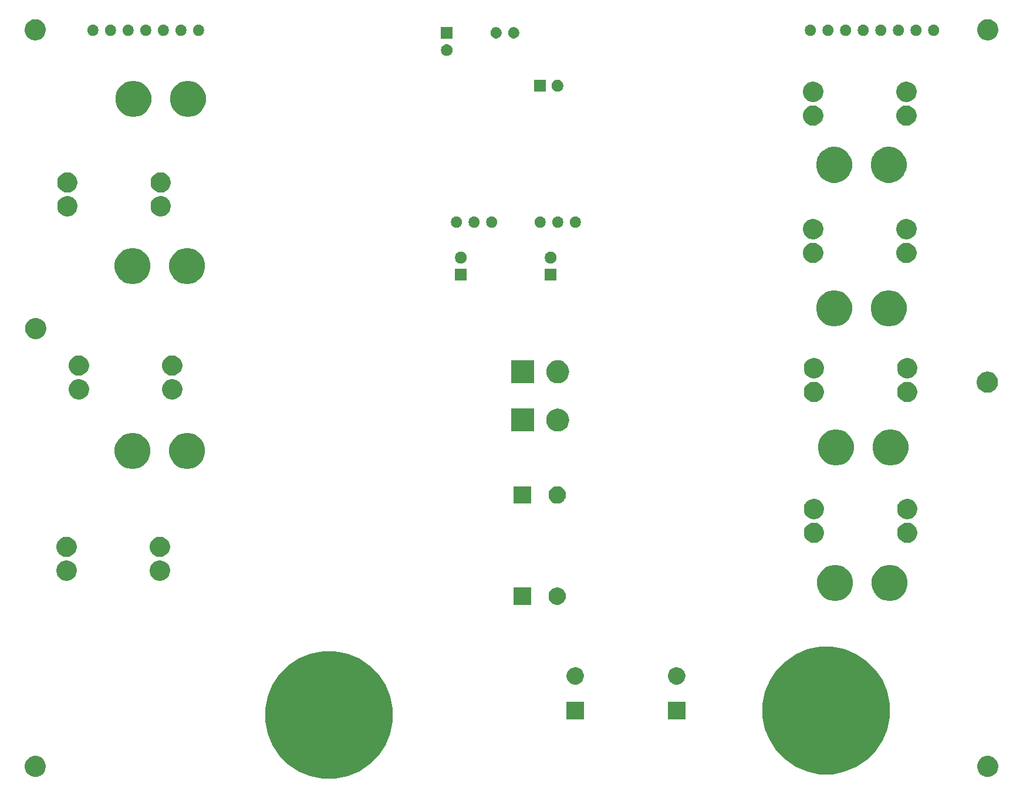
<source format=gbr>
G04 #@! TF.GenerationSoftware,KiCad,Pcbnew,(5.1.4)-1*
G04 #@! TF.CreationDate,2019-11-22T18:45:43-06:00*
G04 #@! TF.ProjectId,PowerBoard_Hardware,506f7765-7242-46f6-9172-645f48617264,rev?*
G04 #@! TF.SameCoordinates,Original*
G04 #@! TF.FileFunction,Soldermask,Bot*
G04 #@! TF.FilePolarity,Negative*
%FSLAX46Y46*%
G04 Gerber Fmt 4.6, Leading zero omitted, Abs format (unit mm)*
G04 Created by KiCad (PCBNEW (5.1.4)-1) date 2019-11-22 18:45:43*
%MOMM*%
%LPD*%
G04 APERTURE LIST*
%ADD10C,0.100000*%
G04 APERTURE END LIST*
D10*
G36*
X141634201Y-124233286D02*
G01*
X143017083Y-124508358D01*
X144690466Y-125201496D01*
X146196471Y-126207777D01*
X147477223Y-127488529D01*
X148483504Y-128994534D01*
X149176642Y-130667917D01*
X149530000Y-132444372D01*
X149530000Y-134255628D01*
X149176642Y-136032083D01*
X148483504Y-137705466D01*
X147477223Y-139211471D01*
X146196471Y-140492223D01*
X144690466Y-141498504D01*
X143017083Y-142191642D01*
X141634201Y-142466714D01*
X141240630Y-142545000D01*
X139429370Y-142545000D01*
X139035799Y-142466714D01*
X137652917Y-142191642D01*
X135979534Y-141498504D01*
X134473529Y-140492223D01*
X133192777Y-139211471D01*
X132186496Y-137705466D01*
X131493358Y-136032083D01*
X131140000Y-134255628D01*
X131140000Y-132444372D01*
X131493358Y-130667917D01*
X132186496Y-128994534D01*
X133192777Y-127488529D01*
X134473529Y-126207777D01*
X135979534Y-125201496D01*
X137652917Y-124508358D01*
X139035799Y-124233286D01*
X139429370Y-124155000D01*
X141240630Y-124155000D01*
X141634201Y-124233286D01*
X141634201Y-124233286D01*
G37*
G36*
X235684237Y-139276967D02*
G01*
X235831473Y-139306254D01*
X236108859Y-139421151D01*
X236358501Y-139587957D01*
X236570803Y-139800259D01*
X236737609Y-140049901D01*
X236852506Y-140327287D01*
X236911080Y-140621759D01*
X236911080Y-140922001D01*
X236852506Y-141216473D01*
X236737609Y-141493859D01*
X236570803Y-141743501D01*
X236358501Y-141955803D01*
X236108859Y-142122609D01*
X235831473Y-142237506D01*
X235684237Y-142266793D01*
X235537002Y-142296080D01*
X235236758Y-142296080D01*
X235089523Y-142266793D01*
X234942287Y-142237506D01*
X234664901Y-142122609D01*
X234415259Y-141955803D01*
X234202957Y-141743501D01*
X234036151Y-141493859D01*
X233921254Y-141216473D01*
X233862680Y-140922001D01*
X233862680Y-140621759D01*
X233921254Y-140327287D01*
X234036151Y-140049901D01*
X234202957Y-139800259D01*
X234415259Y-139587957D01*
X234664901Y-139421151D01*
X234942287Y-139306254D01*
X235089523Y-139276967D01*
X235236758Y-139247680D01*
X235537002Y-139247680D01*
X235684237Y-139276967D01*
X235684237Y-139276967D01*
G37*
G36*
X98285477Y-139276967D02*
G01*
X98432713Y-139306254D01*
X98710099Y-139421151D01*
X98959741Y-139587957D01*
X99172043Y-139800259D01*
X99338849Y-140049901D01*
X99453746Y-140327287D01*
X99512320Y-140621759D01*
X99512320Y-140922001D01*
X99453746Y-141216473D01*
X99338849Y-141493859D01*
X99172043Y-141743501D01*
X98959741Y-141955803D01*
X98710099Y-142122609D01*
X98432713Y-142237506D01*
X98285477Y-142266793D01*
X98138242Y-142296080D01*
X97837998Y-142296080D01*
X97690763Y-142266793D01*
X97543527Y-142237506D01*
X97266141Y-142122609D01*
X97016499Y-141955803D01*
X96804197Y-141743501D01*
X96637391Y-141493859D01*
X96522494Y-141216473D01*
X96463920Y-140922001D01*
X96463920Y-140621759D01*
X96522494Y-140327287D01*
X96637391Y-140049901D01*
X96804197Y-139800259D01*
X97016499Y-139587957D01*
X97266141Y-139421151D01*
X97543527Y-139306254D01*
X97690763Y-139276967D01*
X97837998Y-139247680D01*
X98138242Y-139247680D01*
X98285477Y-139276967D01*
X98285477Y-139276967D01*
G37*
G36*
X213389201Y-123598286D02*
G01*
X214772083Y-123873358D01*
X216445466Y-124566496D01*
X217951471Y-125572777D01*
X219232223Y-126853529D01*
X220238504Y-128359534D01*
X220931642Y-130032917D01*
X221285000Y-131809372D01*
X221285000Y-133620628D01*
X220931642Y-135397083D01*
X220238504Y-137070466D01*
X219232223Y-138576471D01*
X217951471Y-139857223D01*
X216445466Y-140863504D01*
X214772083Y-141556642D01*
X213389201Y-141831714D01*
X212995630Y-141910000D01*
X211184370Y-141910000D01*
X210790799Y-141831714D01*
X209407917Y-141556642D01*
X207734534Y-140863504D01*
X206228529Y-139857223D01*
X204947777Y-138576471D01*
X203941496Y-137070466D01*
X203248358Y-135397083D01*
X202895000Y-133620628D01*
X202895000Y-131809372D01*
X203248358Y-130032917D01*
X203941496Y-128359534D01*
X204947777Y-126853529D01*
X206228529Y-125572777D01*
X207734534Y-124566496D01*
X209407917Y-123873358D01*
X210790799Y-123598286D01*
X211184370Y-123520000D01*
X212995630Y-123520000D01*
X213389201Y-123598286D01*
X213389201Y-123598286D01*
G37*
G36*
X177146000Y-133966000D02*
G01*
X174644000Y-133966000D01*
X174644000Y-131464000D01*
X177146000Y-131464000D01*
X177146000Y-133966000D01*
X177146000Y-133966000D01*
G37*
G36*
X191751000Y-133966000D02*
G01*
X189249000Y-133966000D01*
X189249000Y-131464000D01*
X191751000Y-131464000D01*
X191751000Y-133966000D01*
X191751000Y-133966000D01*
G37*
G36*
X190864903Y-126512075D02*
G01*
X191092571Y-126606378D01*
X191297466Y-126743285D01*
X191471715Y-126917534D01*
X191608622Y-127122429D01*
X191702925Y-127350097D01*
X191751000Y-127591787D01*
X191751000Y-127838213D01*
X191702925Y-128079903D01*
X191608622Y-128307571D01*
X191471715Y-128512466D01*
X191297466Y-128686715D01*
X191092571Y-128823622D01*
X191092570Y-128823623D01*
X191092569Y-128823623D01*
X190864903Y-128917925D01*
X190623214Y-128966000D01*
X190376786Y-128966000D01*
X190135097Y-128917925D01*
X189907431Y-128823623D01*
X189907430Y-128823623D01*
X189907429Y-128823622D01*
X189702534Y-128686715D01*
X189528285Y-128512466D01*
X189391378Y-128307571D01*
X189297075Y-128079903D01*
X189249000Y-127838213D01*
X189249000Y-127591787D01*
X189297075Y-127350097D01*
X189391378Y-127122429D01*
X189528285Y-126917534D01*
X189702534Y-126743285D01*
X189907429Y-126606378D01*
X190135097Y-126512075D01*
X190376786Y-126464000D01*
X190623214Y-126464000D01*
X190864903Y-126512075D01*
X190864903Y-126512075D01*
G37*
G36*
X176259903Y-126512075D02*
G01*
X176487571Y-126606378D01*
X176692466Y-126743285D01*
X176866715Y-126917534D01*
X177003622Y-127122429D01*
X177097925Y-127350097D01*
X177146000Y-127591787D01*
X177146000Y-127838213D01*
X177097925Y-128079903D01*
X177003622Y-128307571D01*
X176866715Y-128512466D01*
X176692466Y-128686715D01*
X176487571Y-128823622D01*
X176487570Y-128823623D01*
X176487569Y-128823623D01*
X176259903Y-128917925D01*
X176018214Y-128966000D01*
X175771786Y-128966000D01*
X175530097Y-128917925D01*
X175302431Y-128823623D01*
X175302430Y-128823623D01*
X175302429Y-128823622D01*
X175097534Y-128686715D01*
X174923285Y-128512466D01*
X174786378Y-128307571D01*
X174692075Y-128079903D01*
X174644000Y-127838213D01*
X174644000Y-127591787D01*
X174692075Y-127350097D01*
X174786378Y-127122429D01*
X174923285Y-126917534D01*
X175097534Y-126743285D01*
X175302429Y-126606378D01*
X175530097Y-126512075D01*
X175771786Y-126464000D01*
X176018214Y-126464000D01*
X176259903Y-126512075D01*
X176259903Y-126512075D01*
G37*
G36*
X173639903Y-115002075D02*
G01*
X173867571Y-115096378D01*
X174072466Y-115233285D01*
X174246715Y-115407534D01*
X174383622Y-115612429D01*
X174477925Y-115840097D01*
X174526000Y-116081787D01*
X174526000Y-116328213D01*
X174477925Y-116569903D01*
X174383622Y-116797571D01*
X174246715Y-117002466D01*
X174072466Y-117176715D01*
X173867571Y-117313622D01*
X173867570Y-117313623D01*
X173867569Y-117313623D01*
X173639903Y-117407925D01*
X173398214Y-117456000D01*
X173151786Y-117456000D01*
X172910097Y-117407925D01*
X172682431Y-117313623D01*
X172682430Y-117313623D01*
X172682429Y-117313622D01*
X172477534Y-117176715D01*
X172303285Y-117002466D01*
X172166378Y-116797571D01*
X172072075Y-116569903D01*
X172024000Y-116328213D01*
X172024000Y-116081787D01*
X172072075Y-115840097D01*
X172166378Y-115612429D01*
X172303285Y-115407534D01*
X172477534Y-115233285D01*
X172682429Y-115096378D01*
X172910097Y-115002075D01*
X173151786Y-114954000D01*
X173398214Y-114954000D01*
X173639903Y-115002075D01*
X173639903Y-115002075D01*
G37*
G36*
X169526000Y-117456000D02*
G01*
X167024000Y-117456000D01*
X167024000Y-114954000D01*
X169526000Y-114954000D01*
X169526000Y-117456000D01*
X169526000Y-117456000D01*
G37*
G36*
X221822908Y-111775380D02*
G01*
X221989767Y-111808570D01*
X222461299Y-112003885D01*
X222704029Y-112166073D01*
X222885666Y-112287438D01*
X223246562Y-112648334D01*
X223367927Y-112829971D01*
X223530115Y-113072701D01*
X223725430Y-113544233D01*
X223725430Y-113544234D01*
X223801481Y-113926567D01*
X223825000Y-114044809D01*
X223825000Y-114555191D01*
X223725430Y-115055767D01*
X223530115Y-115527299D01*
X223473231Y-115612431D01*
X223246562Y-115951666D01*
X222885666Y-116312562D01*
X222704029Y-116433927D01*
X222461299Y-116596115D01*
X221989767Y-116791430D01*
X221822908Y-116824620D01*
X221489193Y-116891000D01*
X220978807Y-116891000D01*
X220645092Y-116824620D01*
X220478233Y-116791430D01*
X220006701Y-116596115D01*
X219763971Y-116433927D01*
X219582334Y-116312562D01*
X219221438Y-115951666D01*
X218994769Y-115612431D01*
X218937885Y-115527299D01*
X218742570Y-115055767D01*
X218643000Y-114555191D01*
X218643000Y-114044809D01*
X218666520Y-113926567D01*
X218742570Y-113544234D01*
X218742570Y-113544233D01*
X218937885Y-113072701D01*
X219100073Y-112829971D01*
X219221438Y-112648334D01*
X219582334Y-112287438D01*
X219763971Y-112166073D01*
X220006701Y-112003885D01*
X220478233Y-111808570D01*
X220645092Y-111775380D01*
X220978807Y-111709000D01*
X221489193Y-111709000D01*
X221822908Y-111775380D01*
X221822908Y-111775380D01*
G37*
G36*
X213948908Y-111775380D02*
G01*
X214115767Y-111808570D01*
X214587299Y-112003885D01*
X214830029Y-112166073D01*
X215011666Y-112287438D01*
X215372562Y-112648334D01*
X215493927Y-112829971D01*
X215656115Y-113072701D01*
X215851430Y-113544233D01*
X215851430Y-113544234D01*
X215927481Y-113926567D01*
X215951000Y-114044809D01*
X215951000Y-114555191D01*
X215851430Y-115055767D01*
X215656115Y-115527299D01*
X215599231Y-115612431D01*
X215372562Y-115951666D01*
X215011666Y-116312562D01*
X214830029Y-116433927D01*
X214587299Y-116596115D01*
X214115767Y-116791430D01*
X213948908Y-116824620D01*
X213615193Y-116891000D01*
X213104807Y-116891000D01*
X212771092Y-116824620D01*
X212604233Y-116791430D01*
X212132701Y-116596115D01*
X211889971Y-116433927D01*
X211708334Y-116312562D01*
X211347438Y-115951666D01*
X211120769Y-115612431D01*
X211063885Y-115527299D01*
X210868570Y-115055767D01*
X210769000Y-114555191D01*
X210769000Y-114044809D01*
X210792520Y-113926567D01*
X210868570Y-113544234D01*
X210868570Y-113544233D01*
X211063885Y-113072701D01*
X211226073Y-112829971D01*
X211347438Y-112648334D01*
X211708334Y-112287438D01*
X211889971Y-112166073D01*
X212132701Y-112003885D01*
X212604233Y-111808570D01*
X212771092Y-111775380D01*
X213104807Y-111709000D01*
X213615193Y-111709000D01*
X213948908Y-111775380D01*
X213948908Y-111775380D01*
G37*
G36*
X102915070Y-111117433D02*
G01*
X103180899Y-111227543D01*
X103180901Y-111227544D01*
X103420142Y-111387400D01*
X103623600Y-111590858D01*
X103783456Y-111830099D01*
X103783457Y-111830101D01*
X103893567Y-112095930D01*
X103949700Y-112378132D01*
X103949700Y-112665868D01*
X103893567Y-112948070D01*
X103841943Y-113072701D01*
X103783456Y-113213901D01*
X103623600Y-113453142D01*
X103420142Y-113656600D01*
X103180901Y-113816456D01*
X103180900Y-113816457D01*
X103180899Y-113816457D01*
X102915070Y-113926567D01*
X102632868Y-113982700D01*
X102345132Y-113982700D01*
X102062930Y-113926567D01*
X101797101Y-113816457D01*
X101797100Y-113816457D01*
X101797099Y-113816456D01*
X101557858Y-113656600D01*
X101354400Y-113453142D01*
X101194544Y-113213901D01*
X101136057Y-113072701D01*
X101084433Y-112948070D01*
X101028300Y-112665868D01*
X101028300Y-112378132D01*
X101084433Y-112095930D01*
X101194543Y-111830101D01*
X101194544Y-111830099D01*
X101354400Y-111590858D01*
X101557858Y-111387400D01*
X101797099Y-111227544D01*
X101797101Y-111227543D01*
X102062930Y-111117433D01*
X102345132Y-111061300D01*
X102632868Y-111061300D01*
X102915070Y-111117433D01*
X102915070Y-111117433D01*
G37*
G36*
X116377070Y-111117433D02*
G01*
X116642899Y-111227543D01*
X116642901Y-111227544D01*
X116882142Y-111387400D01*
X117085600Y-111590858D01*
X117245456Y-111830099D01*
X117245457Y-111830101D01*
X117355567Y-112095930D01*
X117411700Y-112378132D01*
X117411700Y-112665868D01*
X117355567Y-112948070D01*
X117303943Y-113072701D01*
X117245456Y-113213901D01*
X117085600Y-113453142D01*
X116882142Y-113656600D01*
X116642901Y-113816456D01*
X116642900Y-113816457D01*
X116642899Y-113816457D01*
X116377070Y-113926567D01*
X116094868Y-113982700D01*
X115807132Y-113982700D01*
X115524930Y-113926567D01*
X115259101Y-113816457D01*
X115259100Y-113816457D01*
X115259099Y-113816456D01*
X115019858Y-113656600D01*
X114816400Y-113453142D01*
X114656544Y-113213901D01*
X114598057Y-113072701D01*
X114546433Y-112948070D01*
X114490300Y-112665868D01*
X114490300Y-112378132D01*
X114546433Y-112095930D01*
X114656543Y-111830101D01*
X114656544Y-111830099D01*
X114816400Y-111590858D01*
X115019858Y-111387400D01*
X115259099Y-111227544D01*
X115259101Y-111227543D01*
X115524930Y-111117433D01*
X115807132Y-111061300D01*
X116094868Y-111061300D01*
X116377070Y-111117433D01*
X116377070Y-111117433D01*
G37*
G36*
X116377070Y-107688433D02*
G01*
X116532709Y-107752901D01*
X116642901Y-107798544D01*
X116882142Y-107958400D01*
X117085600Y-108161858D01*
X117108146Y-108195601D01*
X117245457Y-108401101D01*
X117355567Y-108666930D01*
X117411700Y-108949132D01*
X117411700Y-109236868D01*
X117355567Y-109519070D01*
X117245457Y-109784899D01*
X117245456Y-109784901D01*
X117085600Y-110024142D01*
X116882142Y-110227600D01*
X116642901Y-110387456D01*
X116642900Y-110387457D01*
X116642899Y-110387457D01*
X116377070Y-110497567D01*
X116094868Y-110553700D01*
X115807132Y-110553700D01*
X115524930Y-110497567D01*
X115259101Y-110387457D01*
X115259100Y-110387457D01*
X115259099Y-110387456D01*
X115019858Y-110227600D01*
X114816400Y-110024142D01*
X114656544Y-109784901D01*
X114656543Y-109784899D01*
X114546433Y-109519070D01*
X114490300Y-109236868D01*
X114490300Y-108949132D01*
X114546433Y-108666930D01*
X114656543Y-108401101D01*
X114793854Y-108195601D01*
X114816400Y-108161858D01*
X115019858Y-107958400D01*
X115259099Y-107798544D01*
X115369291Y-107752901D01*
X115524930Y-107688433D01*
X115807132Y-107632300D01*
X116094868Y-107632300D01*
X116377070Y-107688433D01*
X116377070Y-107688433D01*
G37*
G36*
X102915070Y-107688433D02*
G01*
X103070709Y-107752901D01*
X103180901Y-107798544D01*
X103420142Y-107958400D01*
X103623600Y-108161858D01*
X103646146Y-108195601D01*
X103783457Y-108401101D01*
X103893567Y-108666930D01*
X103949700Y-108949132D01*
X103949700Y-109236868D01*
X103893567Y-109519070D01*
X103783457Y-109784899D01*
X103783456Y-109784901D01*
X103623600Y-110024142D01*
X103420142Y-110227600D01*
X103180901Y-110387456D01*
X103180900Y-110387457D01*
X103180899Y-110387457D01*
X102915070Y-110497567D01*
X102632868Y-110553700D01*
X102345132Y-110553700D01*
X102062930Y-110497567D01*
X101797101Y-110387457D01*
X101797100Y-110387457D01*
X101797099Y-110387456D01*
X101557858Y-110227600D01*
X101354400Y-110024142D01*
X101194544Y-109784901D01*
X101194543Y-109784899D01*
X101084433Y-109519070D01*
X101028300Y-109236868D01*
X101028300Y-108949132D01*
X101084433Y-108666930D01*
X101194543Y-108401101D01*
X101331854Y-108195601D01*
X101354400Y-108161858D01*
X101557858Y-107958400D01*
X101797099Y-107798544D01*
X101907291Y-107752901D01*
X102062930Y-107688433D01*
X102345132Y-107632300D01*
X102632868Y-107632300D01*
X102915070Y-107688433D01*
X102915070Y-107688433D01*
G37*
G36*
X210738070Y-105656433D02*
G01*
X211003899Y-105766543D01*
X211003901Y-105766544D01*
X211243142Y-105926400D01*
X211446600Y-106129858D01*
X211446601Y-106129860D01*
X211606457Y-106369101D01*
X211716567Y-106634930D01*
X211772700Y-106917132D01*
X211772700Y-107204868D01*
X211716567Y-107487070D01*
X211633159Y-107688434D01*
X211606456Y-107752901D01*
X211446600Y-107992142D01*
X211243142Y-108195600D01*
X211003901Y-108355456D01*
X211003900Y-108355457D01*
X211003899Y-108355457D01*
X210738070Y-108465567D01*
X210455868Y-108521700D01*
X210168132Y-108521700D01*
X209885930Y-108465567D01*
X209620101Y-108355457D01*
X209620100Y-108355457D01*
X209620099Y-108355456D01*
X209380858Y-108195600D01*
X209177400Y-107992142D01*
X209017544Y-107752901D01*
X208990841Y-107688434D01*
X208907433Y-107487070D01*
X208851300Y-107204868D01*
X208851300Y-106917132D01*
X208907433Y-106634930D01*
X209017543Y-106369101D01*
X209177399Y-106129860D01*
X209177400Y-106129858D01*
X209380858Y-105926400D01*
X209620099Y-105766544D01*
X209620101Y-105766543D01*
X209885930Y-105656433D01*
X210168132Y-105600300D01*
X210455868Y-105600300D01*
X210738070Y-105656433D01*
X210738070Y-105656433D01*
G37*
G36*
X224200070Y-105656433D02*
G01*
X224465899Y-105766543D01*
X224465901Y-105766544D01*
X224705142Y-105926400D01*
X224908600Y-106129858D01*
X224908601Y-106129860D01*
X225068457Y-106369101D01*
X225178567Y-106634930D01*
X225234700Y-106917132D01*
X225234700Y-107204868D01*
X225178567Y-107487070D01*
X225095159Y-107688434D01*
X225068456Y-107752901D01*
X224908600Y-107992142D01*
X224705142Y-108195600D01*
X224465901Y-108355456D01*
X224465900Y-108355457D01*
X224465899Y-108355457D01*
X224200070Y-108465567D01*
X223917868Y-108521700D01*
X223630132Y-108521700D01*
X223347930Y-108465567D01*
X223082101Y-108355457D01*
X223082100Y-108355457D01*
X223082099Y-108355456D01*
X222842858Y-108195600D01*
X222639400Y-107992142D01*
X222479544Y-107752901D01*
X222452841Y-107688434D01*
X222369433Y-107487070D01*
X222313300Y-107204868D01*
X222313300Y-106917132D01*
X222369433Y-106634930D01*
X222479543Y-106369101D01*
X222639399Y-106129860D01*
X222639400Y-106129858D01*
X222842858Y-105926400D01*
X223082099Y-105766544D01*
X223082101Y-105766543D01*
X223347930Y-105656433D01*
X223630132Y-105600300D01*
X223917868Y-105600300D01*
X224200070Y-105656433D01*
X224200070Y-105656433D01*
G37*
G36*
X224200070Y-102227433D02*
G01*
X224465899Y-102337543D01*
X224465901Y-102337544D01*
X224705142Y-102497400D01*
X224908600Y-102700858D01*
X224913788Y-102708623D01*
X225068457Y-102940101D01*
X225178567Y-103205930D01*
X225234700Y-103488132D01*
X225234700Y-103775868D01*
X225178567Y-104058070D01*
X225068457Y-104323899D01*
X225068456Y-104323901D01*
X224908600Y-104563142D01*
X224705142Y-104766600D01*
X224465901Y-104926456D01*
X224465900Y-104926457D01*
X224465899Y-104926457D01*
X224200070Y-105036567D01*
X223917868Y-105092700D01*
X223630132Y-105092700D01*
X223347930Y-105036567D01*
X223082101Y-104926457D01*
X223082100Y-104926457D01*
X223082099Y-104926456D01*
X222842858Y-104766600D01*
X222639400Y-104563142D01*
X222479544Y-104323901D01*
X222479543Y-104323899D01*
X222369433Y-104058070D01*
X222313300Y-103775868D01*
X222313300Y-103488132D01*
X222369433Y-103205930D01*
X222479543Y-102940101D01*
X222634212Y-102708623D01*
X222639400Y-102700858D01*
X222842858Y-102497400D01*
X223082099Y-102337544D01*
X223082101Y-102337543D01*
X223347930Y-102227433D01*
X223630132Y-102171300D01*
X223917868Y-102171300D01*
X224200070Y-102227433D01*
X224200070Y-102227433D01*
G37*
G36*
X210738070Y-102227433D02*
G01*
X211003899Y-102337543D01*
X211003901Y-102337544D01*
X211243142Y-102497400D01*
X211446600Y-102700858D01*
X211451788Y-102708623D01*
X211606457Y-102940101D01*
X211716567Y-103205930D01*
X211772700Y-103488132D01*
X211772700Y-103775868D01*
X211716567Y-104058070D01*
X211606457Y-104323899D01*
X211606456Y-104323901D01*
X211446600Y-104563142D01*
X211243142Y-104766600D01*
X211003901Y-104926456D01*
X211003900Y-104926457D01*
X211003899Y-104926457D01*
X210738070Y-105036567D01*
X210455868Y-105092700D01*
X210168132Y-105092700D01*
X209885930Y-105036567D01*
X209620101Y-104926457D01*
X209620100Y-104926457D01*
X209620099Y-104926456D01*
X209380858Y-104766600D01*
X209177400Y-104563142D01*
X209017544Y-104323901D01*
X209017543Y-104323899D01*
X208907433Y-104058070D01*
X208851300Y-103775868D01*
X208851300Y-103488132D01*
X208907433Y-103205930D01*
X209017543Y-102940101D01*
X209172212Y-102708623D01*
X209177400Y-102700858D01*
X209380858Y-102497400D01*
X209620099Y-102337544D01*
X209620101Y-102337543D01*
X209885930Y-102227433D01*
X210168132Y-102171300D01*
X210455868Y-102171300D01*
X210738070Y-102227433D01*
X210738070Y-102227433D01*
G37*
G36*
X169526000Y-102851000D02*
G01*
X167024000Y-102851000D01*
X167024000Y-100349000D01*
X169526000Y-100349000D01*
X169526000Y-102851000D01*
X169526000Y-102851000D01*
G37*
G36*
X173639903Y-100397075D02*
G01*
X173867571Y-100491378D01*
X174072466Y-100628285D01*
X174246715Y-100802534D01*
X174383622Y-101007429D01*
X174477925Y-101235097D01*
X174526000Y-101476787D01*
X174526000Y-101723213D01*
X174477925Y-101964903D01*
X174383622Y-102192571D01*
X174246715Y-102397466D01*
X174072466Y-102571715D01*
X173867571Y-102708622D01*
X173867570Y-102708623D01*
X173867569Y-102708623D01*
X173639903Y-102802925D01*
X173398214Y-102851000D01*
X173151786Y-102851000D01*
X172910097Y-102802925D01*
X172682431Y-102708623D01*
X172682430Y-102708623D01*
X172682429Y-102708622D01*
X172477534Y-102571715D01*
X172303285Y-102397466D01*
X172166378Y-102192571D01*
X172072075Y-101964903D01*
X172024000Y-101723213D01*
X172024000Y-101476787D01*
X172072075Y-101235097D01*
X172166378Y-101007429D01*
X172303285Y-100802534D01*
X172477534Y-100628285D01*
X172682429Y-100491378D01*
X172910097Y-100397075D01*
X173151786Y-100349000D01*
X173398214Y-100349000D01*
X173639903Y-100397075D01*
X173639903Y-100397075D01*
G37*
G36*
X112602908Y-92725380D02*
G01*
X112769767Y-92758570D01*
X113241299Y-92953885D01*
X113484029Y-93116073D01*
X113665666Y-93237438D01*
X114026562Y-93598334D01*
X114147927Y-93779971D01*
X114310115Y-94022701D01*
X114505430Y-94494233D01*
X114605000Y-94994809D01*
X114605000Y-95505191D01*
X114505430Y-96005767D01*
X114310115Y-96477299D01*
X114147927Y-96720029D01*
X114026562Y-96901666D01*
X113665666Y-97262562D01*
X113484029Y-97383927D01*
X113241299Y-97546115D01*
X112769767Y-97741430D01*
X112602908Y-97774620D01*
X112269193Y-97841000D01*
X111758807Y-97841000D01*
X111425092Y-97774620D01*
X111258233Y-97741430D01*
X110786701Y-97546115D01*
X110543971Y-97383927D01*
X110362334Y-97262562D01*
X110001438Y-96901666D01*
X109880073Y-96720029D01*
X109717885Y-96477299D01*
X109522570Y-96005767D01*
X109423000Y-95505191D01*
X109423000Y-94994809D01*
X109522570Y-94494233D01*
X109717885Y-94022701D01*
X109880073Y-93779971D01*
X110001438Y-93598334D01*
X110362334Y-93237438D01*
X110543971Y-93116073D01*
X110786701Y-92953885D01*
X111258233Y-92758570D01*
X111425092Y-92725380D01*
X111758807Y-92659000D01*
X112269193Y-92659000D01*
X112602908Y-92725380D01*
X112602908Y-92725380D01*
G37*
G36*
X120476908Y-92725380D02*
G01*
X120643767Y-92758570D01*
X121115299Y-92953885D01*
X121358029Y-93116073D01*
X121539666Y-93237438D01*
X121900562Y-93598334D01*
X122021927Y-93779971D01*
X122184115Y-94022701D01*
X122379430Y-94494233D01*
X122479000Y-94994809D01*
X122479000Y-95505191D01*
X122379430Y-96005767D01*
X122184115Y-96477299D01*
X122021927Y-96720029D01*
X121900562Y-96901666D01*
X121539666Y-97262562D01*
X121358029Y-97383927D01*
X121115299Y-97546115D01*
X120643767Y-97741430D01*
X120476908Y-97774620D01*
X120143193Y-97841000D01*
X119632807Y-97841000D01*
X119299092Y-97774620D01*
X119132233Y-97741430D01*
X118660701Y-97546115D01*
X118417971Y-97383927D01*
X118236334Y-97262562D01*
X117875438Y-96901666D01*
X117754073Y-96720029D01*
X117591885Y-96477299D01*
X117396570Y-96005767D01*
X117297000Y-95505191D01*
X117297000Y-94994809D01*
X117396570Y-94494233D01*
X117591885Y-94022701D01*
X117754073Y-93779971D01*
X117875438Y-93598334D01*
X118236334Y-93237438D01*
X118417971Y-93116073D01*
X118660701Y-92953885D01*
X119132233Y-92758570D01*
X119299092Y-92725380D01*
X119632807Y-92659000D01*
X120143193Y-92659000D01*
X120476908Y-92725380D01*
X120476908Y-92725380D01*
G37*
G36*
X214075908Y-92217380D02*
G01*
X214242767Y-92250570D01*
X214714299Y-92445885D01*
X214957029Y-92608073D01*
X215138666Y-92729438D01*
X215499562Y-93090334D01*
X215597853Y-93237438D01*
X215783115Y-93514701D01*
X215978430Y-93986233D01*
X216078000Y-94486809D01*
X216078000Y-94997191D01*
X215978430Y-95497767D01*
X215783115Y-95969299D01*
X215620927Y-96212029D01*
X215499562Y-96393666D01*
X215138666Y-96754562D01*
X214957029Y-96875927D01*
X214714299Y-97038115D01*
X214242767Y-97233430D01*
X214096314Y-97262561D01*
X213742193Y-97333000D01*
X213231807Y-97333000D01*
X212877686Y-97262561D01*
X212731233Y-97233430D01*
X212259701Y-97038115D01*
X212016971Y-96875927D01*
X211835334Y-96754562D01*
X211474438Y-96393666D01*
X211353073Y-96212029D01*
X211190885Y-95969299D01*
X210995570Y-95497767D01*
X210896000Y-94997191D01*
X210896000Y-94486809D01*
X210995570Y-93986233D01*
X211190885Y-93514701D01*
X211376147Y-93237438D01*
X211474438Y-93090334D01*
X211835334Y-92729438D01*
X212016971Y-92608073D01*
X212259701Y-92445885D01*
X212731233Y-92250570D01*
X212898092Y-92217380D01*
X213231807Y-92151000D01*
X213742193Y-92151000D01*
X214075908Y-92217380D01*
X214075908Y-92217380D01*
G37*
G36*
X221949908Y-92217380D02*
G01*
X222116767Y-92250570D01*
X222588299Y-92445885D01*
X222831029Y-92608073D01*
X223012666Y-92729438D01*
X223373562Y-93090334D01*
X223471853Y-93237438D01*
X223657115Y-93514701D01*
X223852430Y-93986233D01*
X223952000Y-94486809D01*
X223952000Y-94997191D01*
X223852430Y-95497767D01*
X223657115Y-95969299D01*
X223494927Y-96212029D01*
X223373562Y-96393666D01*
X223012666Y-96754562D01*
X222831029Y-96875927D01*
X222588299Y-97038115D01*
X222116767Y-97233430D01*
X221970314Y-97262561D01*
X221616193Y-97333000D01*
X221105807Y-97333000D01*
X220751686Y-97262561D01*
X220605233Y-97233430D01*
X220133701Y-97038115D01*
X219890971Y-96875927D01*
X219709334Y-96754562D01*
X219348438Y-96393666D01*
X219227073Y-96212029D01*
X219064885Y-95969299D01*
X218869570Y-95497767D01*
X218770000Y-94997191D01*
X218770000Y-94486809D01*
X218869570Y-93986233D01*
X219064885Y-93514701D01*
X219250147Y-93237438D01*
X219348438Y-93090334D01*
X219709334Y-92729438D01*
X219890971Y-92608073D01*
X220133701Y-92445885D01*
X220605233Y-92250570D01*
X220772092Y-92217380D01*
X221105807Y-92151000D01*
X221616193Y-92151000D01*
X221949908Y-92217380D01*
X221949908Y-92217380D01*
G37*
G36*
X173678651Y-89177888D02*
G01*
X173989870Y-89272296D01*
X174276680Y-89425599D01*
X174276683Y-89425601D01*
X174276684Y-89425602D01*
X174528082Y-89631918D01*
X174734398Y-89883316D01*
X174734401Y-89883320D01*
X174887704Y-90170130D01*
X174982112Y-90481349D01*
X175013988Y-90805000D01*
X174982112Y-91128651D01*
X174887704Y-91439870D01*
X174734401Y-91726680D01*
X174734399Y-91726683D01*
X174734398Y-91726684D01*
X174528082Y-91978082D01*
X174276684Y-92184398D01*
X174276680Y-92184401D01*
X173989870Y-92337704D01*
X173678651Y-92432112D01*
X173436107Y-92456000D01*
X173273893Y-92456000D01*
X173031349Y-92432112D01*
X172720130Y-92337704D01*
X172433320Y-92184401D01*
X172433316Y-92184398D01*
X172181918Y-91978082D01*
X171975602Y-91726684D01*
X171975601Y-91726683D01*
X171975599Y-91726680D01*
X171822296Y-91439870D01*
X171727888Y-91128651D01*
X171696012Y-90805000D01*
X171727888Y-90481349D01*
X171822296Y-90170130D01*
X171975599Y-89883320D01*
X171975602Y-89883316D01*
X172181918Y-89631918D01*
X172433316Y-89425602D01*
X172433317Y-89425601D01*
X172433320Y-89425599D01*
X172720130Y-89272296D01*
X173031349Y-89177888D01*
X173273893Y-89154000D01*
X173436107Y-89154000D01*
X173678651Y-89177888D01*
X173678651Y-89177888D01*
G37*
G36*
X169926000Y-92456000D02*
G01*
X166624000Y-92456000D01*
X166624000Y-89154000D01*
X169926000Y-89154000D01*
X169926000Y-92456000D01*
X169926000Y-92456000D01*
G37*
G36*
X210738070Y-85336433D02*
G01*
X210961208Y-85428860D01*
X211003901Y-85446544D01*
X211243142Y-85606400D01*
X211446600Y-85809858D01*
X211529502Y-85933930D01*
X211606457Y-86049101D01*
X211716567Y-86314930D01*
X211772700Y-86597132D01*
X211772700Y-86884868D01*
X211716567Y-87167070D01*
X211606457Y-87432899D01*
X211606456Y-87432901D01*
X211446600Y-87672142D01*
X211243142Y-87875600D01*
X211003901Y-88035456D01*
X211003900Y-88035457D01*
X211003899Y-88035457D01*
X210738070Y-88145567D01*
X210455868Y-88201700D01*
X210168132Y-88201700D01*
X209885930Y-88145567D01*
X209620101Y-88035457D01*
X209620100Y-88035457D01*
X209620099Y-88035456D01*
X209380858Y-87875600D01*
X209177400Y-87672142D01*
X209017544Y-87432901D01*
X209017543Y-87432899D01*
X208907433Y-87167070D01*
X208851300Y-86884868D01*
X208851300Y-86597132D01*
X208907433Y-86314930D01*
X209017543Y-86049101D01*
X209094498Y-85933930D01*
X209177400Y-85809858D01*
X209380858Y-85606400D01*
X209620099Y-85446544D01*
X209662792Y-85428860D01*
X209885930Y-85336433D01*
X210168132Y-85280300D01*
X210455868Y-85280300D01*
X210738070Y-85336433D01*
X210738070Y-85336433D01*
G37*
G36*
X224200070Y-85336433D02*
G01*
X224423208Y-85428860D01*
X224465901Y-85446544D01*
X224705142Y-85606400D01*
X224908600Y-85809858D01*
X224991502Y-85933930D01*
X225068457Y-86049101D01*
X225178567Y-86314930D01*
X225234700Y-86597132D01*
X225234700Y-86884868D01*
X225178567Y-87167070D01*
X225068457Y-87432899D01*
X225068456Y-87432901D01*
X224908600Y-87672142D01*
X224705142Y-87875600D01*
X224465901Y-88035456D01*
X224465900Y-88035457D01*
X224465899Y-88035457D01*
X224200070Y-88145567D01*
X223917868Y-88201700D01*
X223630132Y-88201700D01*
X223347930Y-88145567D01*
X223082101Y-88035457D01*
X223082100Y-88035457D01*
X223082099Y-88035456D01*
X222842858Y-87875600D01*
X222639400Y-87672142D01*
X222479544Y-87432901D01*
X222479543Y-87432899D01*
X222369433Y-87167070D01*
X222313300Y-86884868D01*
X222313300Y-86597132D01*
X222369433Y-86314930D01*
X222479543Y-86049101D01*
X222556498Y-85933930D01*
X222639400Y-85809858D01*
X222842858Y-85606400D01*
X223082099Y-85446544D01*
X223124792Y-85428860D01*
X223347930Y-85336433D01*
X223630132Y-85280300D01*
X223917868Y-85280300D01*
X224200070Y-85336433D01*
X224200070Y-85336433D01*
G37*
G36*
X104693070Y-84955433D02*
G01*
X104958899Y-85065543D01*
X104958901Y-85065544D01*
X105198142Y-85225400D01*
X105401600Y-85428858D01*
X105413417Y-85446544D01*
X105561457Y-85668101D01*
X105671567Y-85933930D01*
X105727700Y-86216132D01*
X105727700Y-86503868D01*
X105671567Y-86786070D01*
X105561457Y-87051899D01*
X105561456Y-87051901D01*
X105401600Y-87291142D01*
X105198142Y-87494600D01*
X104958901Y-87654456D01*
X104958900Y-87654457D01*
X104958899Y-87654457D01*
X104693070Y-87764567D01*
X104410868Y-87820700D01*
X104123132Y-87820700D01*
X103840930Y-87764567D01*
X103575101Y-87654457D01*
X103575100Y-87654457D01*
X103575099Y-87654456D01*
X103335858Y-87494600D01*
X103132400Y-87291142D01*
X102972544Y-87051901D01*
X102972543Y-87051899D01*
X102862433Y-86786070D01*
X102806300Y-86503868D01*
X102806300Y-86216132D01*
X102862433Y-85933930D01*
X102972543Y-85668101D01*
X103120583Y-85446544D01*
X103132400Y-85428858D01*
X103335858Y-85225400D01*
X103575099Y-85065544D01*
X103575101Y-85065543D01*
X103840930Y-84955433D01*
X104123132Y-84899300D01*
X104410868Y-84899300D01*
X104693070Y-84955433D01*
X104693070Y-84955433D01*
G37*
G36*
X118155070Y-84955433D02*
G01*
X118420899Y-85065543D01*
X118420901Y-85065544D01*
X118660142Y-85225400D01*
X118863600Y-85428858D01*
X118875417Y-85446544D01*
X119023457Y-85668101D01*
X119133567Y-85933930D01*
X119189700Y-86216132D01*
X119189700Y-86503868D01*
X119133567Y-86786070D01*
X119023457Y-87051899D01*
X119023456Y-87051901D01*
X118863600Y-87291142D01*
X118660142Y-87494600D01*
X118420901Y-87654456D01*
X118420900Y-87654457D01*
X118420899Y-87654457D01*
X118155070Y-87764567D01*
X117872868Y-87820700D01*
X117585132Y-87820700D01*
X117302930Y-87764567D01*
X117037101Y-87654457D01*
X117037100Y-87654457D01*
X117037099Y-87654456D01*
X116797858Y-87494600D01*
X116594400Y-87291142D01*
X116434544Y-87051901D01*
X116434543Y-87051899D01*
X116324433Y-86786070D01*
X116268300Y-86503868D01*
X116268300Y-86216132D01*
X116324433Y-85933930D01*
X116434543Y-85668101D01*
X116582583Y-85446544D01*
X116594400Y-85428858D01*
X116797858Y-85225400D01*
X117037099Y-85065544D01*
X117037101Y-85065543D01*
X117302930Y-84955433D01*
X117585132Y-84899300D01*
X117872868Y-84899300D01*
X118155070Y-84955433D01*
X118155070Y-84955433D01*
G37*
G36*
X235628357Y-83849087D02*
G01*
X235775593Y-83878374D01*
X236052979Y-83993271D01*
X236302621Y-84160077D01*
X236514923Y-84372379D01*
X236681729Y-84622021D01*
X236796626Y-84899407D01*
X236855200Y-85193879D01*
X236855200Y-85494121D01*
X236796626Y-85788593D01*
X236681729Y-86065979D01*
X236581400Y-86216132D01*
X236515386Y-86314929D01*
X236514923Y-86315621D01*
X236302621Y-86527923D01*
X236052979Y-86694729D01*
X235775593Y-86809626D01*
X235628357Y-86838913D01*
X235481122Y-86868200D01*
X235180878Y-86868200D01*
X235033643Y-86838913D01*
X234886407Y-86809626D01*
X234609021Y-86694729D01*
X234359379Y-86527923D01*
X234147077Y-86315621D01*
X234146615Y-86314929D01*
X234080600Y-86216132D01*
X233980271Y-86065979D01*
X233865374Y-85788593D01*
X233806800Y-85494121D01*
X233806800Y-85193879D01*
X233865374Y-84899407D01*
X233980271Y-84622021D01*
X234147077Y-84372379D01*
X234359379Y-84160077D01*
X234609021Y-83993271D01*
X234886407Y-83878374D01*
X235033643Y-83849087D01*
X235180878Y-83819800D01*
X235481122Y-83819800D01*
X235628357Y-83849087D01*
X235628357Y-83849087D01*
G37*
G36*
X173678651Y-82192888D02*
G01*
X173989870Y-82287296D01*
X174276680Y-82440599D01*
X174276683Y-82440601D01*
X174276684Y-82440602D01*
X174528082Y-82646918D01*
X174724232Y-82885929D01*
X174734401Y-82898320D01*
X174887704Y-83185130D01*
X174982112Y-83496349D01*
X175013988Y-83820000D01*
X174982112Y-84143651D01*
X174887704Y-84454870D01*
X174734401Y-84741680D01*
X174734399Y-84741683D01*
X174734398Y-84741684D01*
X174528082Y-84993082D01*
X174283410Y-85193878D01*
X174276680Y-85199401D01*
X173989870Y-85352704D01*
X173678651Y-85447112D01*
X173436107Y-85471000D01*
X173273893Y-85471000D01*
X173031349Y-85447112D01*
X172720130Y-85352704D01*
X172433320Y-85199401D01*
X172426590Y-85193878D01*
X172181918Y-84993082D01*
X171975602Y-84741684D01*
X171975601Y-84741683D01*
X171975599Y-84741680D01*
X171822296Y-84454870D01*
X171727888Y-84143651D01*
X171696012Y-83820000D01*
X171727888Y-83496349D01*
X171822296Y-83185130D01*
X171975599Y-82898320D01*
X171985768Y-82885929D01*
X172181918Y-82646918D01*
X172433316Y-82440602D01*
X172433317Y-82440601D01*
X172433320Y-82440599D01*
X172720130Y-82287296D01*
X173031349Y-82192888D01*
X173273893Y-82169000D01*
X173436107Y-82169000D01*
X173678651Y-82192888D01*
X173678651Y-82192888D01*
G37*
G36*
X169926000Y-85471000D02*
G01*
X166624000Y-85471000D01*
X166624000Y-82169000D01*
X169926000Y-82169000D01*
X169926000Y-85471000D01*
X169926000Y-85471000D01*
G37*
G36*
X210738070Y-81907433D02*
G01*
X210961208Y-81999860D01*
X211003901Y-82017544D01*
X211243142Y-82177400D01*
X211446600Y-82380858D01*
X211529502Y-82504930D01*
X211606457Y-82620101D01*
X211716567Y-82885930D01*
X211772700Y-83168132D01*
X211772700Y-83455868D01*
X211716567Y-83738070D01*
X211658451Y-83878374D01*
X211606456Y-84003901D01*
X211446600Y-84243142D01*
X211243142Y-84446600D01*
X211003901Y-84606456D01*
X211003900Y-84606457D01*
X211003899Y-84606457D01*
X210738070Y-84716567D01*
X210455868Y-84772700D01*
X210168132Y-84772700D01*
X209885930Y-84716567D01*
X209620101Y-84606457D01*
X209620100Y-84606457D01*
X209620099Y-84606456D01*
X209380858Y-84446600D01*
X209177400Y-84243142D01*
X209017544Y-84003901D01*
X208965549Y-83878374D01*
X208907433Y-83738070D01*
X208851300Y-83455868D01*
X208851300Y-83168132D01*
X208907433Y-82885930D01*
X209017543Y-82620101D01*
X209094498Y-82504930D01*
X209177400Y-82380858D01*
X209380858Y-82177400D01*
X209620099Y-82017544D01*
X209662792Y-81999860D01*
X209885930Y-81907433D01*
X210168132Y-81851300D01*
X210455868Y-81851300D01*
X210738070Y-81907433D01*
X210738070Y-81907433D01*
G37*
G36*
X224200070Y-81907433D02*
G01*
X224423208Y-81999860D01*
X224465901Y-82017544D01*
X224705142Y-82177400D01*
X224908600Y-82380858D01*
X224991502Y-82504930D01*
X225068457Y-82620101D01*
X225178567Y-82885930D01*
X225234700Y-83168132D01*
X225234700Y-83455868D01*
X225178567Y-83738070D01*
X225120451Y-83878374D01*
X225068456Y-84003901D01*
X224908600Y-84243142D01*
X224705142Y-84446600D01*
X224465901Y-84606456D01*
X224465900Y-84606457D01*
X224465899Y-84606457D01*
X224200070Y-84716567D01*
X223917868Y-84772700D01*
X223630132Y-84772700D01*
X223347930Y-84716567D01*
X223082101Y-84606457D01*
X223082100Y-84606457D01*
X223082099Y-84606456D01*
X222842858Y-84446600D01*
X222639400Y-84243142D01*
X222479544Y-84003901D01*
X222427549Y-83878374D01*
X222369433Y-83738070D01*
X222313300Y-83455868D01*
X222313300Y-83168132D01*
X222369433Y-82885930D01*
X222479543Y-82620101D01*
X222556498Y-82504930D01*
X222639400Y-82380858D01*
X222842858Y-82177400D01*
X223082099Y-82017544D01*
X223124792Y-81999860D01*
X223347930Y-81907433D01*
X223630132Y-81851300D01*
X223917868Y-81851300D01*
X224200070Y-81907433D01*
X224200070Y-81907433D01*
G37*
G36*
X104693070Y-81526433D02*
G01*
X104958899Y-81636543D01*
X104958901Y-81636544D01*
X105198142Y-81796400D01*
X105401600Y-81999858D01*
X105530579Y-82192889D01*
X105561457Y-82239101D01*
X105671567Y-82504930D01*
X105727700Y-82787132D01*
X105727700Y-83074868D01*
X105671567Y-83357070D01*
X105561457Y-83622899D01*
X105561456Y-83622901D01*
X105401600Y-83862142D01*
X105198142Y-84065600D01*
X104958901Y-84225456D01*
X104958900Y-84225457D01*
X104958899Y-84225457D01*
X104693070Y-84335567D01*
X104410868Y-84391700D01*
X104123132Y-84391700D01*
X103840930Y-84335567D01*
X103575101Y-84225457D01*
X103575100Y-84225457D01*
X103575099Y-84225456D01*
X103335858Y-84065600D01*
X103132400Y-83862142D01*
X102972544Y-83622901D01*
X102972543Y-83622899D01*
X102862433Y-83357070D01*
X102806300Y-83074868D01*
X102806300Y-82787132D01*
X102862433Y-82504930D01*
X102972543Y-82239101D01*
X103003421Y-82192889D01*
X103132400Y-81999858D01*
X103335858Y-81796400D01*
X103575099Y-81636544D01*
X103575101Y-81636543D01*
X103840930Y-81526433D01*
X104123132Y-81470300D01*
X104410868Y-81470300D01*
X104693070Y-81526433D01*
X104693070Y-81526433D01*
G37*
G36*
X118155070Y-81526433D02*
G01*
X118420899Y-81636543D01*
X118420901Y-81636544D01*
X118660142Y-81796400D01*
X118863600Y-81999858D01*
X118992579Y-82192889D01*
X119023457Y-82239101D01*
X119133567Y-82504930D01*
X119189700Y-82787132D01*
X119189700Y-83074868D01*
X119133567Y-83357070D01*
X119023457Y-83622899D01*
X119023456Y-83622901D01*
X118863600Y-83862142D01*
X118660142Y-84065600D01*
X118420901Y-84225456D01*
X118420900Y-84225457D01*
X118420899Y-84225457D01*
X118155070Y-84335567D01*
X117872868Y-84391700D01*
X117585132Y-84391700D01*
X117302930Y-84335567D01*
X117037101Y-84225457D01*
X117037100Y-84225457D01*
X117037099Y-84225456D01*
X116797858Y-84065600D01*
X116594400Y-83862142D01*
X116434544Y-83622901D01*
X116434543Y-83622899D01*
X116324433Y-83357070D01*
X116268300Y-83074868D01*
X116268300Y-82787132D01*
X116324433Y-82504930D01*
X116434543Y-82239101D01*
X116465421Y-82192889D01*
X116594400Y-81999858D01*
X116797858Y-81796400D01*
X117037099Y-81636544D01*
X117037101Y-81636543D01*
X117302930Y-81526433D01*
X117585132Y-81470300D01*
X117872868Y-81470300D01*
X118155070Y-81526433D01*
X118155070Y-81526433D01*
G37*
G36*
X98341357Y-76102087D02*
G01*
X98488593Y-76131374D01*
X98765979Y-76246271D01*
X99015621Y-76413077D01*
X99227923Y-76625379D01*
X99394729Y-76875021D01*
X99509626Y-77152407D01*
X99568200Y-77446879D01*
X99568200Y-77747121D01*
X99509626Y-78041593D01*
X99394729Y-78318979D01*
X99227923Y-78568621D01*
X99015621Y-78780923D01*
X98765979Y-78947729D01*
X98488593Y-79062626D01*
X98341357Y-79091913D01*
X98194122Y-79121200D01*
X97893878Y-79121200D01*
X97746643Y-79091913D01*
X97599407Y-79062626D01*
X97322021Y-78947729D01*
X97072379Y-78780923D01*
X96860077Y-78568621D01*
X96693271Y-78318979D01*
X96578374Y-78041593D01*
X96519800Y-77747121D01*
X96519800Y-77446879D01*
X96578374Y-77152407D01*
X96693271Y-76875021D01*
X96860077Y-76625379D01*
X97072379Y-76413077D01*
X97322021Y-76246271D01*
X97599407Y-76131374D01*
X97746643Y-76102087D01*
X97893878Y-76072800D01*
X98194122Y-76072800D01*
X98341357Y-76102087D01*
X98341357Y-76102087D01*
G37*
G36*
X213821908Y-72151380D02*
G01*
X213988767Y-72184570D01*
X214460299Y-72379885D01*
X214703029Y-72542073D01*
X214884666Y-72663438D01*
X215245562Y-73024334D01*
X215366927Y-73205971D01*
X215529115Y-73448701D01*
X215724430Y-73920233D01*
X215824000Y-74420809D01*
X215824000Y-74931191D01*
X215724430Y-75431767D01*
X215529115Y-75903299D01*
X215376720Y-76131374D01*
X215245562Y-76327666D01*
X214884666Y-76688562D01*
X214703029Y-76809927D01*
X214460299Y-76972115D01*
X213988767Y-77167430D01*
X213821908Y-77200620D01*
X213488193Y-77267000D01*
X212977807Y-77267000D01*
X212644092Y-77200620D01*
X212477233Y-77167430D01*
X212005701Y-76972115D01*
X211762971Y-76809927D01*
X211581334Y-76688562D01*
X211220438Y-76327666D01*
X211089280Y-76131374D01*
X210936885Y-75903299D01*
X210741570Y-75431767D01*
X210642000Y-74931191D01*
X210642000Y-74420809D01*
X210741570Y-73920233D01*
X210936885Y-73448701D01*
X211099073Y-73205971D01*
X211220438Y-73024334D01*
X211581334Y-72663438D01*
X211762971Y-72542073D01*
X212005701Y-72379885D01*
X212477233Y-72184570D01*
X212644092Y-72151380D01*
X212977807Y-72085000D01*
X213488193Y-72085000D01*
X213821908Y-72151380D01*
X213821908Y-72151380D01*
G37*
G36*
X221695908Y-72151380D02*
G01*
X221862767Y-72184570D01*
X222334299Y-72379885D01*
X222577029Y-72542073D01*
X222758666Y-72663438D01*
X223119562Y-73024334D01*
X223240927Y-73205971D01*
X223403115Y-73448701D01*
X223598430Y-73920233D01*
X223698000Y-74420809D01*
X223698000Y-74931191D01*
X223598430Y-75431767D01*
X223403115Y-75903299D01*
X223250720Y-76131374D01*
X223119562Y-76327666D01*
X222758666Y-76688562D01*
X222577029Y-76809927D01*
X222334299Y-76972115D01*
X221862767Y-77167430D01*
X221695908Y-77200620D01*
X221362193Y-77267000D01*
X220851807Y-77267000D01*
X220518092Y-77200620D01*
X220351233Y-77167430D01*
X219879701Y-76972115D01*
X219636971Y-76809927D01*
X219455334Y-76688562D01*
X219094438Y-76327666D01*
X218963280Y-76131374D01*
X218810885Y-75903299D01*
X218615570Y-75431767D01*
X218516000Y-74931191D01*
X218516000Y-74420809D01*
X218615570Y-73920233D01*
X218810885Y-73448701D01*
X218973073Y-73205971D01*
X219094438Y-73024334D01*
X219455334Y-72663438D01*
X219636971Y-72542073D01*
X219879701Y-72379885D01*
X220351233Y-72184570D01*
X220518092Y-72151380D01*
X220851807Y-72085000D01*
X221362193Y-72085000D01*
X221695908Y-72151380D01*
X221695908Y-72151380D01*
G37*
G36*
X120476908Y-66055380D02*
G01*
X120643767Y-66088570D01*
X121115299Y-66283885D01*
X121358029Y-66446073D01*
X121539666Y-66567438D01*
X121900562Y-66928334D01*
X122015980Y-67101070D01*
X122184115Y-67352701D01*
X122379430Y-67824233D01*
X122479000Y-68324809D01*
X122479000Y-68835191D01*
X122379430Y-69335767D01*
X122184115Y-69807299D01*
X122021927Y-70050029D01*
X121900562Y-70231666D01*
X121539666Y-70592562D01*
X121377376Y-70701000D01*
X121115299Y-70876115D01*
X120643767Y-71071430D01*
X120476908Y-71104620D01*
X120143193Y-71171000D01*
X119632807Y-71171000D01*
X119299092Y-71104620D01*
X119132233Y-71071430D01*
X118660701Y-70876115D01*
X118398624Y-70701000D01*
X118236334Y-70592562D01*
X117875438Y-70231666D01*
X117754073Y-70050029D01*
X117591885Y-69807299D01*
X117396570Y-69335767D01*
X117297000Y-68835191D01*
X117297000Y-68324809D01*
X117396570Y-67824233D01*
X117591885Y-67352701D01*
X117760020Y-67101070D01*
X117875438Y-66928334D01*
X118236334Y-66567438D01*
X118417971Y-66446073D01*
X118660701Y-66283885D01*
X119132233Y-66088570D01*
X119299092Y-66055380D01*
X119632807Y-65989000D01*
X120143193Y-65989000D01*
X120476908Y-66055380D01*
X120476908Y-66055380D01*
G37*
G36*
X112602908Y-66055380D02*
G01*
X112769767Y-66088570D01*
X113241299Y-66283885D01*
X113484029Y-66446073D01*
X113665666Y-66567438D01*
X114026562Y-66928334D01*
X114141980Y-67101070D01*
X114310115Y-67352701D01*
X114505430Y-67824233D01*
X114605000Y-68324809D01*
X114605000Y-68835191D01*
X114505430Y-69335767D01*
X114310115Y-69807299D01*
X114147927Y-70050029D01*
X114026562Y-70231666D01*
X113665666Y-70592562D01*
X113503376Y-70701000D01*
X113241299Y-70876115D01*
X112769767Y-71071430D01*
X112602908Y-71104620D01*
X112269193Y-71171000D01*
X111758807Y-71171000D01*
X111425092Y-71104620D01*
X111258233Y-71071430D01*
X110786701Y-70876115D01*
X110524624Y-70701000D01*
X110362334Y-70592562D01*
X110001438Y-70231666D01*
X109880073Y-70050029D01*
X109717885Y-69807299D01*
X109522570Y-69335767D01*
X109423000Y-68835191D01*
X109423000Y-68324809D01*
X109522570Y-67824233D01*
X109717885Y-67352701D01*
X109886020Y-67101070D01*
X110001438Y-66928334D01*
X110362334Y-66567438D01*
X110543971Y-66446073D01*
X110786701Y-66283885D01*
X111258233Y-66088570D01*
X111425092Y-66055380D01*
X111758807Y-65989000D01*
X112269193Y-65989000D01*
X112602908Y-66055380D01*
X112602908Y-66055380D01*
G37*
G36*
X160236000Y-70701000D02*
G01*
X158534000Y-70701000D01*
X158534000Y-68999000D01*
X160236000Y-68999000D01*
X160236000Y-70701000D01*
X160236000Y-70701000D01*
G37*
G36*
X173190000Y-70701000D02*
G01*
X171488000Y-70701000D01*
X171488000Y-68999000D01*
X173190000Y-68999000D01*
X173190000Y-70701000D01*
X173190000Y-70701000D01*
G37*
G36*
X172587228Y-66531703D02*
G01*
X172742100Y-66595853D01*
X172881481Y-66688985D01*
X173000015Y-66807519D01*
X173093147Y-66946900D01*
X173157297Y-67101772D01*
X173190000Y-67266184D01*
X173190000Y-67433816D01*
X173157297Y-67598228D01*
X173093147Y-67753100D01*
X173000015Y-67892481D01*
X172881481Y-68011015D01*
X172742100Y-68104147D01*
X172587228Y-68168297D01*
X172422816Y-68201000D01*
X172255184Y-68201000D01*
X172090772Y-68168297D01*
X171935900Y-68104147D01*
X171796519Y-68011015D01*
X171677985Y-67892481D01*
X171584853Y-67753100D01*
X171520703Y-67598228D01*
X171488000Y-67433816D01*
X171488000Y-67266184D01*
X171520703Y-67101772D01*
X171584853Y-66946900D01*
X171677985Y-66807519D01*
X171796519Y-66688985D01*
X171935900Y-66595853D01*
X172090772Y-66531703D01*
X172255184Y-66499000D01*
X172422816Y-66499000D01*
X172587228Y-66531703D01*
X172587228Y-66531703D01*
G37*
G36*
X159633228Y-66531703D02*
G01*
X159788100Y-66595853D01*
X159927481Y-66688985D01*
X160046015Y-66807519D01*
X160139147Y-66946900D01*
X160203297Y-67101772D01*
X160236000Y-67266184D01*
X160236000Y-67433816D01*
X160203297Y-67598228D01*
X160139147Y-67753100D01*
X160046015Y-67892481D01*
X159927481Y-68011015D01*
X159788100Y-68104147D01*
X159633228Y-68168297D01*
X159468816Y-68201000D01*
X159301184Y-68201000D01*
X159136772Y-68168297D01*
X158981900Y-68104147D01*
X158842519Y-68011015D01*
X158723985Y-67892481D01*
X158630853Y-67753100D01*
X158566703Y-67598228D01*
X158534000Y-67433816D01*
X158534000Y-67266184D01*
X158566703Y-67101772D01*
X158630853Y-66946900D01*
X158723985Y-66807519D01*
X158842519Y-66688985D01*
X158981900Y-66595853D01*
X159136772Y-66531703D01*
X159301184Y-66499000D01*
X159468816Y-66499000D01*
X159633228Y-66531703D01*
X159633228Y-66531703D01*
G37*
G36*
X224073070Y-65270433D02*
G01*
X224338899Y-65380543D01*
X224338901Y-65380544D01*
X224578142Y-65540400D01*
X224781600Y-65743858D01*
X224781601Y-65743860D01*
X224941457Y-65983101D01*
X225051567Y-66248930D01*
X225107700Y-66531132D01*
X225107700Y-66818868D01*
X225051567Y-67101070D01*
X224983174Y-67266185D01*
X224941456Y-67366901D01*
X224781600Y-67606142D01*
X224578142Y-67809600D01*
X224338901Y-67969456D01*
X224338900Y-67969457D01*
X224338899Y-67969457D01*
X224073070Y-68079567D01*
X223790868Y-68135700D01*
X223503132Y-68135700D01*
X223220930Y-68079567D01*
X222955101Y-67969457D01*
X222955100Y-67969457D01*
X222955099Y-67969456D01*
X222715858Y-67809600D01*
X222512400Y-67606142D01*
X222352544Y-67366901D01*
X222310826Y-67266185D01*
X222242433Y-67101070D01*
X222186300Y-66818868D01*
X222186300Y-66531132D01*
X222242433Y-66248930D01*
X222352543Y-65983101D01*
X222512399Y-65743860D01*
X222512400Y-65743858D01*
X222715858Y-65540400D01*
X222955099Y-65380544D01*
X222955101Y-65380543D01*
X223220930Y-65270433D01*
X223503132Y-65214300D01*
X223790868Y-65214300D01*
X224073070Y-65270433D01*
X224073070Y-65270433D01*
G37*
G36*
X210611070Y-65270433D02*
G01*
X210876899Y-65380543D01*
X210876901Y-65380544D01*
X211116142Y-65540400D01*
X211319600Y-65743858D01*
X211319601Y-65743860D01*
X211479457Y-65983101D01*
X211589567Y-66248930D01*
X211645700Y-66531132D01*
X211645700Y-66818868D01*
X211589567Y-67101070D01*
X211521174Y-67266185D01*
X211479456Y-67366901D01*
X211319600Y-67606142D01*
X211116142Y-67809600D01*
X210876901Y-67969456D01*
X210876900Y-67969457D01*
X210876899Y-67969457D01*
X210611070Y-68079567D01*
X210328868Y-68135700D01*
X210041132Y-68135700D01*
X209758930Y-68079567D01*
X209493101Y-67969457D01*
X209493100Y-67969457D01*
X209493099Y-67969456D01*
X209253858Y-67809600D01*
X209050400Y-67606142D01*
X208890544Y-67366901D01*
X208848826Y-67266185D01*
X208780433Y-67101070D01*
X208724300Y-66818868D01*
X208724300Y-66531132D01*
X208780433Y-66248930D01*
X208890543Y-65983101D01*
X209050399Y-65743860D01*
X209050400Y-65743858D01*
X209253858Y-65540400D01*
X209493099Y-65380544D01*
X209493101Y-65380543D01*
X209758930Y-65270433D01*
X210041132Y-65214300D01*
X210328868Y-65214300D01*
X210611070Y-65270433D01*
X210611070Y-65270433D01*
G37*
G36*
X224073070Y-61841433D02*
G01*
X224338899Y-61951543D01*
X224338901Y-61951544D01*
X224578142Y-62111400D01*
X224781600Y-62314858D01*
X224941456Y-62554099D01*
X224941457Y-62554101D01*
X225051567Y-62819930D01*
X225107700Y-63102132D01*
X225107700Y-63389868D01*
X225051567Y-63672070D01*
X224941457Y-63937899D01*
X224941456Y-63937901D01*
X224781600Y-64177142D01*
X224578142Y-64380600D01*
X224338901Y-64540456D01*
X224338900Y-64540457D01*
X224338899Y-64540457D01*
X224073070Y-64650567D01*
X223790868Y-64706700D01*
X223503132Y-64706700D01*
X223220930Y-64650567D01*
X222955101Y-64540457D01*
X222955100Y-64540457D01*
X222955099Y-64540456D01*
X222715858Y-64380600D01*
X222512400Y-64177142D01*
X222352544Y-63937901D01*
X222352543Y-63937899D01*
X222242433Y-63672070D01*
X222186300Y-63389868D01*
X222186300Y-63102132D01*
X222242433Y-62819930D01*
X222352543Y-62554101D01*
X222352544Y-62554099D01*
X222512400Y-62314858D01*
X222715858Y-62111400D01*
X222955099Y-61951544D01*
X222955101Y-61951543D01*
X223220930Y-61841433D01*
X223503132Y-61785300D01*
X223790868Y-61785300D01*
X224073070Y-61841433D01*
X224073070Y-61841433D01*
G37*
G36*
X210611070Y-61841433D02*
G01*
X210876899Y-61951543D01*
X210876901Y-61951544D01*
X211116142Y-62111400D01*
X211319600Y-62314858D01*
X211479456Y-62554099D01*
X211479457Y-62554101D01*
X211589567Y-62819930D01*
X211645700Y-63102132D01*
X211645700Y-63389868D01*
X211589567Y-63672070D01*
X211479457Y-63937899D01*
X211479456Y-63937901D01*
X211319600Y-64177142D01*
X211116142Y-64380600D01*
X210876901Y-64540456D01*
X210876900Y-64540457D01*
X210876899Y-64540457D01*
X210611070Y-64650567D01*
X210328868Y-64706700D01*
X210041132Y-64706700D01*
X209758930Y-64650567D01*
X209493101Y-64540457D01*
X209493100Y-64540457D01*
X209493099Y-64540456D01*
X209253858Y-64380600D01*
X209050400Y-64177142D01*
X208890544Y-63937901D01*
X208890543Y-63937899D01*
X208780433Y-63672070D01*
X208724300Y-63389868D01*
X208724300Y-63102132D01*
X208780433Y-62819930D01*
X208890543Y-62554101D01*
X208890544Y-62554099D01*
X209050400Y-62314858D01*
X209253858Y-62111400D01*
X209493099Y-61951544D01*
X209493101Y-61951543D01*
X209758930Y-61841433D01*
X210041132Y-61785300D01*
X210328868Y-61785300D01*
X210611070Y-61841433D01*
X210611070Y-61841433D01*
G37*
G36*
X158987142Y-61448242D02*
G01*
X159135101Y-61509529D01*
X159268255Y-61598499D01*
X159381501Y-61711745D01*
X159470471Y-61844899D01*
X159531758Y-61992858D01*
X159563000Y-62149925D01*
X159563000Y-62310075D01*
X159531758Y-62467142D01*
X159470471Y-62615101D01*
X159381501Y-62748255D01*
X159268255Y-62861501D01*
X159135101Y-62950471D01*
X158987142Y-63011758D01*
X158830075Y-63043000D01*
X158669925Y-63043000D01*
X158512858Y-63011758D01*
X158364899Y-62950471D01*
X158231745Y-62861501D01*
X158118499Y-62748255D01*
X158029529Y-62615101D01*
X157968242Y-62467142D01*
X157937000Y-62310075D01*
X157937000Y-62149925D01*
X157968242Y-61992858D01*
X158029529Y-61844899D01*
X158118499Y-61711745D01*
X158231745Y-61598499D01*
X158364899Y-61509529D01*
X158512858Y-61448242D01*
X158669925Y-61417000D01*
X158830075Y-61417000D01*
X158987142Y-61448242D01*
X158987142Y-61448242D01*
G37*
G36*
X173592142Y-61448242D02*
G01*
X173740101Y-61509529D01*
X173873255Y-61598499D01*
X173986501Y-61711745D01*
X174075471Y-61844899D01*
X174136758Y-61992858D01*
X174168000Y-62149925D01*
X174168000Y-62310075D01*
X174136758Y-62467142D01*
X174075471Y-62615101D01*
X173986501Y-62748255D01*
X173873255Y-62861501D01*
X173740101Y-62950471D01*
X173592142Y-63011758D01*
X173435075Y-63043000D01*
X173274925Y-63043000D01*
X173117858Y-63011758D01*
X172969899Y-62950471D01*
X172836745Y-62861501D01*
X172723499Y-62748255D01*
X172634529Y-62615101D01*
X172573242Y-62467142D01*
X172542000Y-62310075D01*
X172542000Y-62149925D01*
X172573242Y-61992858D01*
X172634529Y-61844899D01*
X172723499Y-61711745D01*
X172836745Y-61598499D01*
X172969899Y-61509529D01*
X173117858Y-61448242D01*
X173274925Y-61417000D01*
X173435075Y-61417000D01*
X173592142Y-61448242D01*
X173592142Y-61448242D01*
G37*
G36*
X171052142Y-61448242D02*
G01*
X171200101Y-61509529D01*
X171333255Y-61598499D01*
X171446501Y-61711745D01*
X171535471Y-61844899D01*
X171596758Y-61992858D01*
X171628000Y-62149925D01*
X171628000Y-62310075D01*
X171596758Y-62467142D01*
X171535471Y-62615101D01*
X171446501Y-62748255D01*
X171333255Y-62861501D01*
X171200101Y-62950471D01*
X171052142Y-63011758D01*
X170895075Y-63043000D01*
X170734925Y-63043000D01*
X170577858Y-63011758D01*
X170429899Y-62950471D01*
X170296745Y-62861501D01*
X170183499Y-62748255D01*
X170094529Y-62615101D01*
X170033242Y-62467142D01*
X170002000Y-62310075D01*
X170002000Y-62149925D01*
X170033242Y-61992858D01*
X170094529Y-61844899D01*
X170183499Y-61711745D01*
X170296745Y-61598499D01*
X170429899Y-61509529D01*
X170577858Y-61448242D01*
X170734925Y-61417000D01*
X170895075Y-61417000D01*
X171052142Y-61448242D01*
X171052142Y-61448242D01*
G37*
G36*
X176132142Y-61448242D02*
G01*
X176280101Y-61509529D01*
X176413255Y-61598499D01*
X176526501Y-61711745D01*
X176615471Y-61844899D01*
X176676758Y-61992858D01*
X176708000Y-62149925D01*
X176708000Y-62310075D01*
X176676758Y-62467142D01*
X176615471Y-62615101D01*
X176526501Y-62748255D01*
X176413255Y-62861501D01*
X176280101Y-62950471D01*
X176132142Y-63011758D01*
X175975075Y-63043000D01*
X175814925Y-63043000D01*
X175657858Y-63011758D01*
X175509899Y-62950471D01*
X175376745Y-62861501D01*
X175263499Y-62748255D01*
X175174529Y-62615101D01*
X175113242Y-62467142D01*
X175082000Y-62310075D01*
X175082000Y-62149925D01*
X175113242Y-61992858D01*
X175174529Y-61844899D01*
X175263499Y-61711745D01*
X175376745Y-61598499D01*
X175509899Y-61509529D01*
X175657858Y-61448242D01*
X175814925Y-61417000D01*
X175975075Y-61417000D01*
X176132142Y-61448242D01*
X176132142Y-61448242D01*
G37*
G36*
X161527142Y-61448242D02*
G01*
X161675101Y-61509529D01*
X161808255Y-61598499D01*
X161921501Y-61711745D01*
X162010471Y-61844899D01*
X162071758Y-61992858D01*
X162103000Y-62149925D01*
X162103000Y-62310075D01*
X162071758Y-62467142D01*
X162010471Y-62615101D01*
X161921501Y-62748255D01*
X161808255Y-62861501D01*
X161675101Y-62950471D01*
X161527142Y-63011758D01*
X161370075Y-63043000D01*
X161209925Y-63043000D01*
X161052858Y-63011758D01*
X160904899Y-62950471D01*
X160771745Y-62861501D01*
X160658499Y-62748255D01*
X160569529Y-62615101D01*
X160508242Y-62467142D01*
X160477000Y-62310075D01*
X160477000Y-62149925D01*
X160508242Y-61992858D01*
X160569529Y-61844899D01*
X160658499Y-61711745D01*
X160771745Y-61598499D01*
X160904899Y-61509529D01*
X161052858Y-61448242D01*
X161209925Y-61417000D01*
X161370075Y-61417000D01*
X161527142Y-61448242D01*
X161527142Y-61448242D01*
G37*
G36*
X164067142Y-61448242D02*
G01*
X164215101Y-61509529D01*
X164348255Y-61598499D01*
X164461501Y-61711745D01*
X164550471Y-61844899D01*
X164611758Y-61992858D01*
X164643000Y-62149925D01*
X164643000Y-62310075D01*
X164611758Y-62467142D01*
X164550471Y-62615101D01*
X164461501Y-62748255D01*
X164348255Y-62861501D01*
X164215101Y-62950471D01*
X164067142Y-63011758D01*
X163910075Y-63043000D01*
X163749925Y-63043000D01*
X163592858Y-63011758D01*
X163444899Y-62950471D01*
X163311745Y-62861501D01*
X163198499Y-62748255D01*
X163109529Y-62615101D01*
X163048242Y-62467142D01*
X163017000Y-62310075D01*
X163017000Y-62149925D01*
X163048242Y-61992858D01*
X163109529Y-61844899D01*
X163198499Y-61711745D01*
X163311745Y-61598499D01*
X163444899Y-61509529D01*
X163592858Y-61448242D01*
X163749925Y-61417000D01*
X163910075Y-61417000D01*
X164067142Y-61448242D01*
X164067142Y-61448242D01*
G37*
G36*
X103042070Y-58539433D02*
G01*
X103307899Y-58649543D01*
X103307901Y-58649544D01*
X103547142Y-58809400D01*
X103750600Y-59012858D01*
X103750601Y-59012860D01*
X103910457Y-59252101D01*
X104020567Y-59517930D01*
X104076700Y-59800132D01*
X104076700Y-60087868D01*
X104020567Y-60370070D01*
X103910457Y-60635899D01*
X103910456Y-60635901D01*
X103750600Y-60875142D01*
X103547142Y-61078600D01*
X103307901Y-61238456D01*
X103307900Y-61238457D01*
X103307899Y-61238457D01*
X103042070Y-61348567D01*
X102759868Y-61404700D01*
X102472132Y-61404700D01*
X102189930Y-61348567D01*
X101924101Y-61238457D01*
X101924100Y-61238457D01*
X101924099Y-61238456D01*
X101684858Y-61078600D01*
X101481400Y-60875142D01*
X101321544Y-60635901D01*
X101321543Y-60635899D01*
X101211433Y-60370070D01*
X101155300Y-60087868D01*
X101155300Y-59800132D01*
X101211433Y-59517930D01*
X101321543Y-59252101D01*
X101481399Y-59012860D01*
X101481400Y-59012858D01*
X101684858Y-58809400D01*
X101924099Y-58649544D01*
X101924101Y-58649543D01*
X102189930Y-58539433D01*
X102472132Y-58483300D01*
X102759868Y-58483300D01*
X103042070Y-58539433D01*
X103042070Y-58539433D01*
G37*
G36*
X116504070Y-58539433D02*
G01*
X116769899Y-58649543D01*
X116769901Y-58649544D01*
X117009142Y-58809400D01*
X117212600Y-59012858D01*
X117212601Y-59012860D01*
X117372457Y-59252101D01*
X117482567Y-59517930D01*
X117538700Y-59800132D01*
X117538700Y-60087868D01*
X117482567Y-60370070D01*
X117372457Y-60635899D01*
X117372456Y-60635901D01*
X117212600Y-60875142D01*
X117009142Y-61078600D01*
X116769901Y-61238456D01*
X116769900Y-61238457D01*
X116769899Y-61238457D01*
X116504070Y-61348567D01*
X116221868Y-61404700D01*
X115934132Y-61404700D01*
X115651930Y-61348567D01*
X115386101Y-61238457D01*
X115386100Y-61238457D01*
X115386099Y-61238456D01*
X115146858Y-61078600D01*
X114943400Y-60875142D01*
X114783544Y-60635901D01*
X114783543Y-60635899D01*
X114673433Y-60370070D01*
X114617300Y-60087868D01*
X114617300Y-59800132D01*
X114673433Y-59517930D01*
X114783543Y-59252101D01*
X114943399Y-59012860D01*
X114943400Y-59012858D01*
X115146858Y-58809400D01*
X115386099Y-58649544D01*
X115386101Y-58649543D01*
X115651930Y-58539433D01*
X115934132Y-58483300D01*
X116221868Y-58483300D01*
X116504070Y-58539433D01*
X116504070Y-58539433D01*
G37*
G36*
X103042070Y-55110433D02*
G01*
X103263849Y-55202297D01*
X103307901Y-55220544D01*
X103547142Y-55380400D01*
X103750600Y-55583858D01*
X103750601Y-55583860D01*
X103910457Y-55823101D01*
X104020567Y-56088930D01*
X104076700Y-56371132D01*
X104076700Y-56658868D01*
X104020567Y-56941070D01*
X103910457Y-57206899D01*
X103910456Y-57206901D01*
X103750600Y-57446142D01*
X103547142Y-57649600D01*
X103307901Y-57809456D01*
X103307900Y-57809457D01*
X103307899Y-57809457D01*
X103042070Y-57919567D01*
X102759868Y-57975700D01*
X102472132Y-57975700D01*
X102189930Y-57919567D01*
X101924101Y-57809457D01*
X101924100Y-57809457D01*
X101924099Y-57809456D01*
X101684858Y-57649600D01*
X101481400Y-57446142D01*
X101321544Y-57206901D01*
X101321543Y-57206899D01*
X101211433Y-56941070D01*
X101155300Y-56658868D01*
X101155300Y-56371132D01*
X101211433Y-56088930D01*
X101321543Y-55823101D01*
X101481399Y-55583860D01*
X101481400Y-55583858D01*
X101684858Y-55380400D01*
X101924099Y-55220544D01*
X101968151Y-55202297D01*
X102189930Y-55110433D01*
X102472132Y-55054300D01*
X102759868Y-55054300D01*
X103042070Y-55110433D01*
X103042070Y-55110433D01*
G37*
G36*
X116504070Y-55110433D02*
G01*
X116725849Y-55202297D01*
X116769901Y-55220544D01*
X117009142Y-55380400D01*
X117212600Y-55583858D01*
X117212601Y-55583860D01*
X117372457Y-55823101D01*
X117482567Y-56088930D01*
X117538700Y-56371132D01*
X117538700Y-56658868D01*
X117482567Y-56941070D01*
X117372457Y-57206899D01*
X117372456Y-57206901D01*
X117212600Y-57446142D01*
X117009142Y-57649600D01*
X116769901Y-57809456D01*
X116769900Y-57809457D01*
X116769899Y-57809457D01*
X116504070Y-57919567D01*
X116221868Y-57975700D01*
X115934132Y-57975700D01*
X115651930Y-57919567D01*
X115386101Y-57809457D01*
X115386100Y-57809457D01*
X115386099Y-57809456D01*
X115146858Y-57649600D01*
X114943400Y-57446142D01*
X114783544Y-57206901D01*
X114783543Y-57206899D01*
X114673433Y-56941070D01*
X114617300Y-56658868D01*
X114617300Y-56371132D01*
X114673433Y-56088930D01*
X114783543Y-55823101D01*
X114943399Y-55583860D01*
X114943400Y-55583858D01*
X115146858Y-55380400D01*
X115386099Y-55220544D01*
X115430151Y-55202297D01*
X115651930Y-55110433D01*
X115934132Y-55054300D01*
X116221868Y-55054300D01*
X116504070Y-55110433D01*
X116504070Y-55110433D01*
G37*
G36*
X213821908Y-51450380D02*
G01*
X213988767Y-51483570D01*
X214460299Y-51678885D01*
X214703029Y-51841073D01*
X214884666Y-51962438D01*
X215245562Y-52323334D01*
X215366927Y-52504971D01*
X215529115Y-52747701D01*
X215724430Y-53219233D01*
X215824000Y-53719809D01*
X215824000Y-54230191D01*
X215724430Y-54730767D01*
X215529115Y-55202299D01*
X215410112Y-55380399D01*
X215245562Y-55626666D01*
X214884666Y-55987562D01*
X214732959Y-56088929D01*
X214460299Y-56271115D01*
X213988767Y-56466430D01*
X213821908Y-56499620D01*
X213488193Y-56566000D01*
X212977807Y-56566000D01*
X212644092Y-56499620D01*
X212477233Y-56466430D01*
X212005701Y-56271115D01*
X211733041Y-56088929D01*
X211581334Y-55987562D01*
X211220438Y-55626666D01*
X211055888Y-55380399D01*
X210936885Y-55202299D01*
X210741570Y-54730767D01*
X210642000Y-54230191D01*
X210642000Y-53719809D01*
X210741570Y-53219233D01*
X210936885Y-52747701D01*
X211099073Y-52504971D01*
X211220438Y-52323334D01*
X211581334Y-51962438D01*
X211762971Y-51841073D01*
X212005701Y-51678885D01*
X212477233Y-51483570D01*
X212644092Y-51450380D01*
X212977807Y-51384000D01*
X213488193Y-51384000D01*
X213821908Y-51450380D01*
X213821908Y-51450380D01*
G37*
G36*
X221695908Y-51450380D02*
G01*
X221862767Y-51483570D01*
X222334299Y-51678885D01*
X222577029Y-51841073D01*
X222758666Y-51962438D01*
X223119562Y-52323334D01*
X223240927Y-52504971D01*
X223403115Y-52747701D01*
X223598430Y-53219233D01*
X223698000Y-53719809D01*
X223698000Y-54230191D01*
X223598430Y-54730767D01*
X223403115Y-55202299D01*
X223284112Y-55380399D01*
X223119562Y-55626666D01*
X222758666Y-55987562D01*
X222606959Y-56088929D01*
X222334299Y-56271115D01*
X221862767Y-56466430D01*
X221695908Y-56499620D01*
X221362193Y-56566000D01*
X220851807Y-56566000D01*
X220518092Y-56499620D01*
X220351233Y-56466430D01*
X219879701Y-56271115D01*
X219607041Y-56088929D01*
X219455334Y-55987562D01*
X219094438Y-55626666D01*
X218929888Y-55380399D01*
X218810885Y-55202299D01*
X218615570Y-54730767D01*
X218516000Y-54230191D01*
X218516000Y-53719809D01*
X218615570Y-53219233D01*
X218810885Y-52747701D01*
X218973073Y-52504971D01*
X219094438Y-52323334D01*
X219455334Y-51962438D01*
X219636971Y-51841073D01*
X219879701Y-51678885D01*
X220351233Y-51483570D01*
X220518092Y-51450380D01*
X220851807Y-51384000D01*
X221362193Y-51384000D01*
X221695908Y-51450380D01*
X221695908Y-51450380D01*
G37*
G36*
X224073070Y-45458433D02*
G01*
X224338899Y-45568543D01*
X224338901Y-45568544D01*
X224578142Y-45728400D01*
X224781600Y-45931858D01*
X224781601Y-45931860D01*
X224941457Y-46171101D01*
X225051567Y-46436930D01*
X225107700Y-46719132D01*
X225107700Y-47006868D01*
X225051567Y-47289070D01*
X224941457Y-47554899D01*
X224941456Y-47554901D01*
X224781600Y-47794142D01*
X224578142Y-47997600D01*
X224338901Y-48157456D01*
X224338900Y-48157457D01*
X224338899Y-48157457D01*
X224073070Y-48267567D01*
X223790868Y-48323700D01*
X223503132Y-48323700D01*
X223220930Y-48267567D01*
X222955101Y-48157457D01*
X222955100Y-48157457D01*
X222955099Y-48157456D01*
X222715858Y-47997600D01*
X222512400Y-47794142D01*
X222352544Y-47554901D01*
X222352543Y-47554899D01*
X222242433Y-47289070D01*
X222186300Y-47006868D01*
X222186300Y-46719132D01*
X222242433Y-46436930D01*
X222352543Y-46171101D01*
X222512399Y-45931860D01*
X222512400Y-45931858D01*
X222715858Y-45728400D01*
X222955099Y-45568544D01*
X222955101Y-45568543D01*
X223220930Y-45458433D01*
X223503132Y-45402300D01*
X223790868Y-45402300D01*
X224073070Y-45458433D01*
X224073070Y-45458433D01*
G37*
G36*
X210611070Y-45458433D02*
G01*
X210876899Y-45568543D01*
X210876901Y-45568544D01*
X211116142Y-45728400D01*
X211319600Y-45931858D01*
X211319601Y-45931860D01*
X211479457Y-46171101D01*
X211589567Y-46436930D01*
X211645700Y-46719132D01*
X211645700Y-47006868D01*
X211589567Y-47289070D01*
X211479457Y-47554899D01*
X211479456Y-47554901D01*
X211319600Y-47794142D01*
X211116142Y-47997600D01*
X210876901Y-48157456D01*
X210876900Y-48157457D01*
X210876899Y-48157457D01*
X210611070Y-48267567D01*
X210328868Y-48323700D01*
X210041132Y-48323700D01*
X209758930Y-48267567D01*
X209493101Y-48157457D01*
X209493100Y-48157457D01*
X209493099Y-48157456D01*
X209253858Y-47997600D01*
X209050400Y-47794142D01*
X208890544Y-47554901D01*
X208890543Y-47554899D01*
X208780433Y-47289070D01*
X208724300Y-47006868D01*
X208724300Y-46719132D01*
X208780433Y-46436930D01*
X208890543Y-46171101D01*
X209050399Y-45931860D01*
X209050400Y-45931858D01*
X209253858Y-45728400D01*
X209493099Y-45568544D01*
X209493101Y-45568543D01*
X209758930Y-45458433D01*
X210041132Y-45402300D01*
X210328868Y-45402300D01*
X210611070Y-45458433D01*
X210611070Y-45458433D01*
G37*
G36*
X120603908Y-41925380D02*
G01*
X120770767Y-41958570D01*
X121242299Y-42153885D01*
X121460075Y-42299399D01*
X121666666Y-42437438D01*
X122027562Y-42798334D01*
X122127630Y-42948097D01*
X122311115Y-43222701D01*
X122458229Y-43577866D01*
X122506430Y-43694234D01*
X122606000Y-44194807D01*
X122606000Y-44705193D01*
X122579470Y-44838567D01*
X122506430Y-45205767D01*
X122311115Y-45677299D01*
X122148927Y-45920029D01*
X122027562Y-46101666D01*
X121666666Y-46462562D01*
X121485029Y-46583927D01*
X121242299Y-46746115D01*
X120770767Y-46941430D01*
X120603908Y-46974620D01*
X120270193Y-47041000D01*
X119759807Y-47041000D01*
X119426092Y-46974620D01*
X119259233Y-46941430D01*
X118787701Y-46746115D01*
X118544971Y-46583927D01*
X118363334Y-46462562D01*
X118002438Y-46101666D01*
X117881073Y-45920029D01*
X117718885Y-45677299D01*
X117523570Y-45205767D01*
X117450530Y-44838567D01*
X117424000Y-44705193D01*
X117424000Y-44194807D01*
X117523570Y-43694234D01*
X117571771Y-43577866D01*
X117718885Y-43222701D01*
X117902370Y-42948097D01*
X118002438Y-42798334D01*
X118363334Y-42437438D01*
X118569925Y-42299399D01*
X118787701Y-42153885D01*
X119259233Y-41958570D01*
X119426092Y-41925380D01*
X119759807Y-41859000D01*
X120270193Y-41859000D01*
X120603908Y-41925380D01*
X120603908Y-41925380D01*
G37*
G36*
X112729908Y-41925380D02*
G01*
X112896767Y-41958570D01*
X113368299Y-42153885D01*
X113586075Y-42299399D01*
X113792666Y-42437438D01*
X114153562Y-42798334D01*
X114253630Y-42948097D01*
X114437115Y-43222701D01*
X114584229Y-43577866D01*
X114632430Y-43694234D01*
X114732000Y-44194807D01*
X114732000Y-44705193D01*
X114705470Y-44838567D01*
X114632430Y-45205767D01*
X114437115Y-45677299D01*
X114274927Y-45920029D01*
X114153562Y-46101666D01*
X113792666Y-46462562D01*
X113611029Y-46583927D01*
X113368299Y-46746115D01*
X112896767Y-46941430D01*
X112729908Y-46974620D01*
X112396193Y-47041000D01*
X111885807Y-47041000D01*
X111552092Y-46974620D01*
X111385233Y-46941430D01*
X110913701Y-46746115D01*
X110670971Y-46583927D01*
X110489334Y-46462562D01*
X110128438Y-46101666D01*
X110007073Y-45920029D01*
X109844885Y-45677299D01*
X109649570Y-45205767D01*
X109576530Y-44838567D01*
X109550000Y-44705193D01*
X109550000Y-44194807D01*
X109649570Y-43694234D01*
X109697771Y-43577866D01*
X109844885Y-43222701D01*
X110028370Y-42948097D01*
X110128438Y-42798334D01*
X110489334Y-42437438D01*
X110695925Y-42299399D01*
X110913701Y-42153885D01*
X111385233Y-41958570D01*
X111552092Y-41925380D01*
X111885807Y-41859000D01*
X112396193Y-41859000D01*
X112729908Y-41925380D01*
X112729908Y-41925380D01*
G37*
G36*
X224073070Y-42029433D02*
G01*
X224338899Y-42139543D01*
X224338901Y-42139544D01*
X224578142Y-42299400D01*
X224781600Y-42502858D01*
X224941456Y-42742099D01*
X224941457Y-42742101D01*
X225051567Y-43007930D01*
X225107700Y-43290132D01*
X225107700Y-43577868D01*
X225051567Y-43860070D01*
X224941457Y-44125899D01*
X224941456Y-44125901D01*
X224781600Y-44365142D01*
X224578142Y-44568600D01*
X224338901Y-44728456D01*
X224338900Y-44728457D01*
X224338899Y-44728457D01*
X224073070Y-44838567D01*
X223790868Y-44894700D01*
X223503132Y-44894700D01*
X223220930Y-44838567D01*
X222955101Y-44728457D01*
X222955100Y-44728457D01*
X222955099Y-44728456D01*
X222715858Y-44568600D01*
X222512400Y-44365142D01*
X222352544Y-44125901D01*
X222352543Y-44125899D01*
X222242433Y-43860070D01*
X222186300Y-43577868D01*
X222186300Y-43290132D01*
X222242433Y-43007930D01*
X222352543Y-42742101D01*
X222352544Y-42742099D01*
X222512400Y-42502858D01*
X222715858Y-42299400D01*
X222955099Y-42139544D01*
X222955101Y-42139543D01*
X223220930Y-42029433D01*
X223503132Y-41973300D01*
X223790868Y-41973300D01*
X224073070Y-42029433D01*
X224073070Y-42029433D01*
G37*
G36*
X210611070Y-42029433D02*
G01*
X210876899Y-42139543D01*
X210876901Y-42139544D01*
X211116142Y-42299400D01*
X211319600Y-42502858D01*
X211479456Y-42742099D01*
X211479457Y-42742101D01*
X211589567Y-43007930D01*
X211645700Y-43290132D01*
X211645700Y-43577868D01*
X211589567Y-43860070D01*
X211479457Y-44125899D01*
X211479456Y-44125901D01*
X211319600Y-44365142D01*
X211116142Y-44568600D01*
X210876901Y-44728456D01*
X210876900Y-44728457D01*
X210876899Y-44728457D01*
X210611070Y-44838567D01*
X210328868Y-44894700D01*
X210041132Y-44894700D01*
X209758930Y-44838567D01*
X209493101Y-44728457D01*
X209493100Y-44728457D01*
X209493099Y-44728456D01*
X209253858Y-44568600D01*
X209050400Y-44365142D01*
X208890544Y-44125901D01*
X208890543Y-44125899D01*
X208780433Y-43860070D01*
X208724300Y-43577868D01*
X208724300Y-43290132D01*
X208780433Y-43007930D01*
X208890543Y-42742101D01*
X208890544Y-42742099D01*
X209050400Y-42502858D01*
X209253858Y-42299400D01*
X209493099Y-42139544D01*
X209493101Y-42139543D01*
X209758930Y-42029433D01*
X210041132Y-41973300D01*
X210328868Y-41973300D01*
X210611070Y-42029433D01*
X210611070Y-42029433D01*
G37*
G36*
X171666000Y-43396000D02*
G01*
X169964000Y-43396000D01*
X169964000Y-41694000D01*
X171666000Y-41694000D01*
X171666000Y-43396000D01*
X171666000Y-43396000D01*
G37*
G36*
X173563228Y-41726703D02*
G01*
X173718100Y-41790853D01*
X173857481Y-41883985D01*
X173976015Y-42002519D01*
X174069147Y-42141900D01*
X174133297Y-42296772D01*
X174166000Y-42461184D01*
X174166000Y-42628816D01*
X174133297Y-42793228D01*
X174069147Y-42948100D01*
X173976015Y-43087481D01*
X173857481Y-43206015D01*
X173718100Y-43299147D01*
X173563228Y-43363297D01*
X173398816Y-43396000D01*
X173231184Y-43396000D01*
X173066772Y-43363297D01*
X172911900Y-43299147D01*
X172772519Y-43206015D01*
X172653985Y-43087481D01*
X172560853Y-42948100D01*
X172496703Y-42793228D01*
X172464000Y-42628816D01*
X172464000Y-42461184D01*
X172496703Y-42296772D01*
X172560853Y-42141900D01*
X172653985Y-42002519D01*
X172772519Y-41883985D01*
X172911900Y-41790853D01*
X173066772Y-41726703D01*
X173231184Y-41694000D01*
X173398816Y-41694000D01*
X173563228Y-41726703D01*
X173563228Y-41726703D01*
G37*
G36*
X157601228Y-36606703D02*
G01*
X157756100Y-36670853D01*
X157895481Y-36763985D01*
X158014015Y-36882519D01*
X158107147Y-37021900D01*
X158171297Y-37176772D01*
X158204000Y-37341184D01*
X158204000Y-37508816D01*
X158171297Y-37673228D01*
X158107147Y-37828100D01*
X158014015Y-37967481D01*
X157895481Y-38086015D01*
X157756100Y-38179147D01*
X157601228Y-38243297D01*
X157436816Y-38276000D01*
X157269184Y-38276000D01*
X157104772Y-38243297D01*
X156949900Y-38179147D01*
X156810519Y-38086015D01*
X156691985Y-37967481D01*
X156598853Y-37828100D01*
X156534703Y-37673228D01*
X156502000Y-37508816D01*
X156502000Y-37341184D01*
X156534703Y-37176772D01*
X156598853Y-37021900D01*
X156691985Y-36882519D01*
X156810519Y-36763985D01*
X156949900Y-36670853D01*
X157104772Y-36606703D01*
X157269184Y-36574000D01*
X157436816Y-36574000D01*
X157601228Y-36606703D01*
X157601228Y-36606703D01*
G37*
G36*
X235684237Y-32993207D02*
G01*
X235831473Y-33022494D01*
X236108859Y-33137391D01*
X236358501Y-33304197D01*
X236570803Y-33516499D01*
X236737609Y-33766141D01*
X236852506Y-34043527D01*
X236872341Y-34143243D01*
X236904886Y-34306857D01*
X236911080Y-34337999D01*
X236911080Y-34638241D01*
X236852506Y-34932713D01*
X236737609Y-35210099D01*
X236626153Y-35376904D01*
X236581818Y-35443257D01*
X236570803Y-35459741D01*
X236358501Y-35672043D01*
X236108859Y-35838849D01*
X235831473Y-35953746D01*
X235684237Y-35983033D01*
X235537002Y-36012320D01*
X235236758Y-36012320D01*
X235089523Y-35983033D01*
X234942287Y-35953746D01*
X234664901Y-35838849D01*
X234415259Y-35672043D01*
X234202957Y-35459741D01*
X234191943Y-35443257D01*
X234147607Y-35376904D01*
X234036151Y-35210099D01*
X233921254Y-34932713D01*
X233862680Y-34638241D01*
X233862680Y-34337999D01*
X233868875Y-34306857D01*
X233901419Y-34143243D01*
X233921254Y-34043527D01*
X234036151Y-33766141D01*
X234202957Y-33516499D01*
X234415259Y-33304197D01*
X234664901Y-33137391D01*
X234942287Y-33022494D01*
X235089523Y-32993207D01*
X235236758Y-32963920D01*
X235537002Y-32963920D01*
X235684237Y-32993207D01*
X235684237Y-32993207D01*
G37*
G36*
X98285477Y-32993207D02*
G01*
X98432713Y-33022494D01*
X98710099Y-33137391D01*
X98959741Y-33304197D01*
X99172043Y-33516499D01*
X99338849Y-33766141D01*
X99453746Y-34043527D01*
X99473581Y-34143243D01*
X99506126Y-34306857D01*
X99512320Y-34337999D01*
X99512320Y-34638241D01*
X99453746Y-34932713D01*
X99338849Y-35210099D01*
X99227393Y-35376904D01*
X99183058Y-35443257D01*
X99172043Y-35459741D01*
X98959741Y-35672043D01*
X98710099Y-35838849D01*
X98432713Y-35953746D01*
X98285477Y-35983033D01*
X98138242Y-36012320D01*
X97837998Y-36012320D01*
X97690763Y-35983033D01*
X97543527Y-35953746D01*
X97266141Y-35838849D01*
X97016499Y-35672043D01*
X96804197Y-35459741D01*
X96793183Y-35443257D01*
X96748847Y-35376904D01*
X96637391Y-35210099D01*
X96522494Y-34932713D01*
X96463920Y-34638241D01*
X96463920Y-34337999D01*
X96470115Y-34306857D01*
X96502659Y-34143243D01*
X96522494Y-34043527D01*
X96637391Y-33766141D01*
X96804197Y-33516499D01*
X97016499Y-33304197D01*
X97266141Y-33137391D01*
X97543527Y-33022494D01*
X97690763Y-32993207D01*
X97837998Y-32963920D01*
X98138242Y-32963920D01*
X98285477Y-32993207D01*
X98285477Y-32993207D01*
G37*
G36*
X158204000Y-35776000D02*
G01*
X156502000Y-35776000D01*
X156502000Y-34074000D01*
X158204000Y-34074000D01*
X158204000Y-35776000D01*
X158204000Y-35776000D01*
G37*
G36*
X167242142Y-34143242D02*
G01*
X167390101Y-34204529D01*
X167523255Y-34293499D01*
X167636501Y-34406745D01*
X167725471Y-34539899D01*
X167786758Y-34687858D01*
X167818000Y-34844925D01*
X167818000Y-35005075D01*
X167786758Y-35162142D01*
X167725471Y-35310101D01*
X167636501Y-35443255D01*
X167523255Y-35556501D01*
X167390101Y-35645471D01*
X167242142Y-35706758D01*
X167085075Y-35738000D01*
X166924925Y-35738000D01*
X166767858Y-35706758D01*
X166619899Y-35645471D01*
X166486745Y-35556501D01*
X166373499Y-35443255D01*
X166284529Y-35310101D01*
X166223242Y-35162142D01*
X166192000Y-35005075D01*
X166192000Y-34844925D01*
X166223242Y-34687858D01*
X166284529Y-34539899D01*
X166373499Y-34406745D01*
X166486745Y-34293499D01*
X166619899Y-34204529D01*
X166767858Y-34143242D01*
X166924925Y-34112000D01*
X167085075Y-34112000D01*
X167242142Y-34143242D01*
X167242142Y-34143242D01*
G37*
G36*
X164702142Y-34143242D02*
G01*
X164850101Y-34204529D01*
X164983255Y-34293499D01*
X165096501Y-34406745D01*
X165185471Y-34539899D01*
X165246758Y-34687858D01*
X165278000Y-34844925D01*
X165278000Y-35005075D01*
X165246758Y-35162142D01*
X165185471Y-35310101D01*
X165096501Y-35443255D01*
X164983255Y-35556501D01*
X164850101Y-35645471D01*
X164702142Y-35706758D01*
X164545075Y-35738000D01*
X164384925Y-35738000D01*
X164227858Y-35706758D01*
X164079899Y-35645471D01*
X163946745Y-35556501D01*
X163833499Y-35443255D01*
X163744529Y-35310101D01*
X163683242Y-35162142D01*
X163652000Y-35005075D01*
X163652000Y-34844925D01*
X163683242Y-34687858D01*
X163744529Y-34539899D01*
X163833499Y-34406745D01*
X163946745Y-34293499D01*
X164079899Y-34204529D01*
X164227858Y-34143242D01*
X164384925Y-34112000D01*
X164545075Y-34112000D01*
X164702142Y-34143242D01*
X164702142Y-34143242D01*
G37*
G36*
X225281142Y-33762242D02*
G01*
X225429101Y-33823529D01*
X225562255Y-33912499D01*
X225675501Y-34025745D01*
X225764471Y-34158899D01*
X225825758Y-34306858D01*
X225857000Y-34463925D01*
X225857000Y-34624075D01*
X225825758Y-34781142D01*
X225764471Y-34929101D01*
X225675501Y-35062255D01*
X225562255Y-35175501D01*
X225429101Y-35264471D01*
X225281142Y-35325758D01*
X225124075Y-35357000D01*
X224963925Y-35357000D01*
X224806858Y-35325758D01*
X224658899Y-35264471D01*
X224525745Y-35175501D01*
X224412499Y-35062255D01*
X224323529Y-34929101D01*
X224262242Y-34781142D01*
X224231000Y-34624075D01*
X224231000Y-34463925D01*
X224262242Y-34306858D01*
X224323529Y-34158899D01*
X224412499Y-34025745D01*
X224525745Y-33912499D01*
X224658899Y-33823529D01*
X224806858Y-33762242D01*
X224963925Y-33731000D01*
X225124075Y-33731000D01*
X225281142Y-33762242D01*
X225281142Y-33762242D01*
G37*
G36*
X227821142Y-33762242D02*
G01*
X227969101Y-33823529D01*
X228102255Y-33912499D01*
X228215501Y-34025745D01*
X228304471Y-34158899D01*
X228365758Y-34306858D01*
X228397000Y-34463925D01*
X228397000Y-34624075D01*
X228365758Y-34781142D01*
X228304471Y-34929101D01*
X228215501Y-35062255D01*
X228102255Y-35175501D01*
X227969101Y-35264471D01*
X227821142Y-35325758D01*
X227664075Y-35357000D01*
X227503925Y-35357000D01*
X227346858Y-35325758D01*
X227198899Y-35264471D01*
X227065745Y-35175501D01*
X226952499Y-35062255D01*
X226863529Y-34929101D01*
X226802242Y-34781142D01*
X226771000Y-34624075D01*
X226771000Y-34463925D01*
X226802242Y-34306858D01*
X226863529Y-34158899D01*
X226952499Y-34025745D01*
X227065745Y-33912499D01*
X227198899Y-33823529D01*
X227346858Y-33762242D01*
X227503925Y-33731000D01*
X227664075Y-33731000D01*
X227821142Y-33762242D01*
X227821142Y-33762242D01*
G37*
G36*
X210041142Y-33762242D02*
G01*
X210189101Y-33823529D01*
X210322255Y-33912499D01*
X210435501Y-34025745D01*
X210524471Y-34158899D01*
X210585758Y-34306858D01*
X210617000Y-34463925D01*
X210617000Y-34624075D01*
X210585758Y-34781142D01*
X210524471Y-34929101D01*
X210435501Y-35062255D01*
X210322255Y-35175501D01*
X210189101Y-35264471D01*
X210041142Y-35325758D01*
X209884075Y-35357000D01*
X209723925Y-35357000D01*
X209566858Y-35325758D01*
X209418899Y-35264471D01*
X209285745Y-35175501D01*
X209172499Y-35062255D01*
X209083529Y-34929101D01*
X209022242Y-34781142D01*
X208991000Y-34624075D01*
X208991000Y-34463925D01*
X209022242Y-34306858D01*
X209083529Y-34158899D01*
X209172499Y-34025745D01*
X209285745Y-33912499D01*
X209418899Y-33823529D01*
X209566858Y-33762242D01*
X209723925Y-33731000D01*
X209884075Y-33731000D01*
X210041142Y-33762242D01*
X210041142Y-33762242D01*
G37*
G36*
X212581142Y-33762242D02*
G01*
X212729101Y-33823529D01*
X212862255Y-33912499D01*
X212975501Y-34025745D01*
X213064471Y-34158899D01*
X213125758Y-34306858D01*
X213157000Y-34463925D01*
X213157000Y-34624075D01*
X213125758Y-34781142D01*
X213064471Y-34929101D01*
X212975501Y-35062255D01*
X212862255Y-35175501D01*
X212729101Y-35264471D01*
X212581142Y-35325758D01*
X212424075Y-35357000D01*
X212263925Y-35357000D01*
X212106858Y-35325758D01*
X211958899Y-35264471D01*
X211825745Y-35175501D01*
X211712499Y-35062255D01*
X211623529Y-34929101D01*
X211562242Y-34781142D01*
X211531000Y-34624075D01*
X211531000Y-34463925D01*
X211562242Y-34306858D01*
X211623529Y-34158899D01*
X211712499Y-34025745D01*
X211825745Y-33912499D01*
X211958899Y-33823529D01*
X212106858Y-33762242D01*
X212263925Y-33731000D01*
X212424075Y-33731000D01*
X212581142Y-33762242D01*
X212581142Y-33762242D01*
G37*
G36*
X217661142Y-33762242D02*
G01*
X217809101Y-33823529D01*
X217942255Y-33912499D01*
X218055501Y-34025745D01*
X218144471Y-34158899D01*
X218205758Y-34306858D01*
X218237000Y-34463925D01*
X218237000Y-34624075D01*
X218205758Y-34781142D01*
X218144471Y-34929101D01*
X218055501Y-35062255D01*
X217942255Y-35175501D01*
X217809101Y-35264471D01*
X217661142Y-35325758D01*
X217504075Y-35357000D01*
X217343925Y-35357000D01*
X217186858Y-35325758D01*
X217038899Y-35264471D01*
X216905745Y-35175501D01*
X216792499Y-35062255D01*
X216703529Y-34929101D01*
X216642242Y-34781142D01*
X216611000Y-34624075D01*
X216611000Y-34463925D01*
X216642242Y-34306858D01*
X216703529Y-34158899D01*
X216792499Y-34025745D01*
X216905745Y-33912499D01*
X217038899Y-33823529D01*
X217186858Y-33762242D01*
X217343925Y-33731000D01*
X217504075Y-33731000D01*
X217661142Y-33762242D01*
X217661142Y-33762242D01*
G37*
G36*
X220201142Y-33762242D02*
G01*
X220349101Y-33823529D01*
X220482255Y-33912499D01*
X220595501Y-34025745D01*
X220684471Y-34158899D01*
X220745758Y-34306858D01*
X220777000Y-34463925D01*
X220777000Y-34624075D01*
X220745758Y-34781142D01*
X220684471Y-34929101D01*
X220595501Y-35062255D01*
X220482255Y-35175501D01*
X220349101Y-35264471D01*
X220201142Y-35325758D01*
X220044075Y-35357000D01*
X219883925Y-35357000D01*
X219726858Y-35325758D01*
X219578899Y-35264471D01*
X219445745Y-35175501D01*
X219332499Y-35062255D01*
X219243529Y-34929101D01*
X219182242Y-34781142D01*
X219151000Y-34624075D01*
X219151000Y-34463925D01*
X219182242Y-34306858D01*
X219243529Y-34158899D01*
X219332499Y-34025745D01*
X219445745Y-33912499D01*
X219578899Y-33823529D01*
X219726858Y-33762242D01*
X219883925Y-33731000D01*
X220044075Y-33731000D01*
X220201142Y-33762242D01*
X220201142Y-33762242D01*
G37*
G36*
X222741142Y-33762242D02*
G01*
X222889101Y-33823529D01*
X223022255Y-33912499D01*
X223135501Y-34025745D01*
X223224471Y-34158899D01*
X223285758Y-34306858D01*
X223317000Y-34463925D01*
X223317000Y-34624075D01*
X223285758Y-34781142D01*
X223224471Y-34929101D01*
X223135501Y-35062255D01*
X223022255Y-35175501D01*
X222889101Y-35264471D01*
X222741142Y-35325758D01*
X222584075Y-35357000D01*
X222423925Y-35357000D01*
X222266858Y-35325758D01*
X222118899Y-35264471D01*
X221985745Y-35175501D01*
X221872499Y-35062255D01*
X221783529Y-34929101D01*
X221722242Y-34781142D01*
X221691000Y-34624075D01*
X221691000Y-34463925D01*
X221722242Y-34306858D01*
X221783529Y-34158899D01*
X221872499Y-34025745D01*
X221985745Y-33912499D01*
X222118899Y-33823529D01*
X222266858Y-33762242D01*
X222423925Y-33731000D01*
X222584075Y-33731000D01*
X222741142Y-33762242D01*
X222741142Y-33762242D01*
G37*
G36*
X121776142Y-33762242D02*
G01*
X121924101Y-33823529D01*
X122057255Y-33912499D01*
X122170501Y-34025745D01*
X122259471Y-34158899D01*
X122320758Y-34306858D01*
X122352000Y-34463925D01*
X122352000Y-34624075D01*
X122320758Y-34781142D01*
X122259471Y-34929101D01*
X122170501Y-35062255D01*
X122057255Y-35175501D01*
X121924101Y-35264471D01*
X121776142Y-35325758D01*
X121619075Y-35357000D01*
X121458925Y-35357000D01*
X121301858Y-35325758D01*
X121153899Y-35264471D01*
X121020745Y-35175501D01*
X120907499Y-35062255D01*
X120818529Y-34929101D01*
X120757242Y-34781142D01*
X120726000Y-34624075D01*
X120726000Y-34463925D01*
X120757242Y-34306858D01*
X120818529Y-34158899D01*
X120907499Y-34025745D01*
X121020745Y-33912499D01*
X121153899Y-33823529D01*
X121301858Y-33762242D01*
X121458925Y-33731000D01*
X121619075Y-33731000D01*
X121776142Y-33762242D01*
X121776142Y-33762242D01*
G37*
G36*
X119236142Y-33762242D02*
G01*
X119384101Y-33823529D01*
X119517255Y-33912499D01*
X119630501Y-34025745D01*
X119719471Y-34158899D01*
X119780758Y-34306858D01*
X119812000Y-34463925D01*
X119812000Y-34624075D01*
X119780758Y-34781142D01*
X119719471Y-34929101D01*
X119630501Y-35062255D01*
X119517255Y-35175501D01*
X119384101Y-35264471D01*
X119236142Y-35325758D01*
X119079075Y-35357000D01*
X118918925Y-35357000D01*
X118761858Y-35325758D01*
X118613899Y-35264471D01*
X118480745Y-35175501D01*
X118367499Y-35062255D01*
X118278529Y-34929101D01*
X118217242Y-34781142D01*
X118186000Y-34624075D01*
X118186000Y-34463925D01*
X118217242Y-34306858D01*
X118278529Y-34158899D01*
X118367499Y-34025745D01*
X118480745Y-33912499D01*
X118613899Y-33823529D01*
X118761858Y-33762242D01*
X118918925Y-33731000D01*
X119079075Y-33731000D01*
X119236142Y-33762242D01*
X119236142Y-33762242D01*
G37*
G36*
X215121142Y-33762242D02*
G01*
X215269101Y-33823529D01*
X215402255Y-33912499D01*
X215515501Y-34025745D01*
X215604471Y-34158899D01*
X215665758Y-34306858D01*
X215697000Y-34463925D01*
X215697000Y-34624075D01*
X215665758Y-34781142D01*
X215604471Y-34929101D01*
X215515501Y-35062255D01*
X215402255Y-35175501D01*
X215269101Y-35264471D01*
X215121142Y-35325758D01*
X214964075Y-35357000D01*
X214803925Y-35357000D01*
X214646858Y-35325758D01*
X214498899Y-35264471D01*
X214365745Y-35175501D01*
X214252499Y-35062255D01*
X214163529Y-34929101D01*
X214102242Y-34781142D01*
X214071000Y-34624075D01*
X214071000Y-34463925D01*
X214102242Y-34306858D01*
X214163529Y-34158899D01*
X214252499Y-34025745D01*
X214365745Y-33912499D01*
X214498899Y-33823529D01*
X214646858Y-33762242D01*
X214803925Y-33731000D01*
X214964075Y-33731000D01*
X215121142Y-33762242D01*
X215121142Y-33762242D01*
G37*
G36*
X116696142Y-33762242D02*
G01*
X116844101Y-33823529D01*
X116977255Y-33912499D01*
X117090501Y-34025745D01*
X117179471Y-34158899D01*
X117240758Y-34306858D01*
X117272000Y-34463925D01*
X117272000Y-34624075D01*
X117240758Y-34781142D01*
X117179471Y-34929101D01*
X117090501Y-35062255D01*
X116977255Y-35175501D01*
X116844101Y-35264471D01*
X116696142Y-35325758D01*
X116539075Y-35357000D01*
X116378925Y-35357000D01*
X116221858Y-35325758D01*
X116073899Y-35264471D01*
X115940745Y-35175501D01*
X115827499Y-35062255D01*
X115738529Y-34929101D01*
X115677242Y-34781142D01*
X115646000Y-34624075D01*
X115646000Y-34463925D01*
X115677242Y-34306858D01*
X115738529Y-34158899D01*
X115827499Y-34025745D01*
X115940745Y-33912499D01*
X116073899Y-33823529D01*
X116221858Y-33762242D01*
X116378925Y-33731000D01*
X116539075Y-33731000D01*
X116696142Y-33762242D01*
X116696142Y-33762242D01*
G37*
G36*
X114156142Y-33762242D02*
G01*
X114304101Y-33823529D01*
X114437255Y-33912499D01*
X114550501Y-34025745D01*
X114639471Y-34158899D01*
X114700758Y-34306858D01*
X114732000Y-34463925D01*
X114732000Y-34624075D01*
X114700758Y-34781142D01*
X114639471Y-34929101D01*
X114550501Y-35062255D01*
X114437255Y-35175501D01*
X114304101Y-35264471D01*
X114156142Y-35325758D01*
X113999075Y-35357000D01*
X113838925Y-35357000D01*
X113681858Y-35325758D01*
X113533899Y-35264471D01*
X113400745Y-35175501D01*
X113287499Y-35062255D01*
X113198529Y-34929101D01*
X113137242Y-34781142D01*
X113106000Y-34624075D01*
X113106000Y-34463925D01*
X113137242Y-34306858D01*
X113198529Y-34158899D01*
X113287499Y-34025745D01*
X113400745Y-33912499D01*
X113533899Y-33823529D01*
X113681858Y-33762242D01*
X113838925Y-33731000D01*
X113999075Y-33731000D01*
X114156142Y-33762242D01*
X114156142Y-33762242D01*
G37*
G36*
X111616142Y-33762242D02*
G01*
X111764101Y-33823529D01*
X111897255Y-33912499D01*
X112010501Y-34025745D01*
X112099471Y-34158899D01*
X112160758Y-34306858D01*
X112192000Y-34463925D01*
X112192000Y-34624075D01*
X112160758Y-34781142D01*
X112099471Y-34929101D01*
X112010501Y-35062255D01*
X111897255Y-35175501D01*
X111764101Y-35264471D01*
X111616142Y-35325758D01*
X111459075Y-35357000D01*
X111298925Y-35357000D01*
X111141858Y-35325758D01*
X110993899Y-35264471D01*
X110860745Y-35175501D01*
X110747499Y-35062255D01*
X110658529Y-34929101D01*
X110597242Y-34781142D01*
X110566000Y-34624075D01*
X110566000Y-34463925D01*
X110597242Y-34306858D01*
X110658529Y-34158899D01*
X110747499Y-34025745D01*
X110860745Y-33912499D01*
X110993899Y-33823529D01*
X111141858Y-33762242D01*
X111298925Y-33731000D01*
X111459075Y-33731000D01*
X111616142Y-33762242D01*
X111616142Y-33762242D01*
G37*
G36*
X109076142Y-33762242D02*
G01*
X109224101Y-33823529D01*
X109357255Y-33912499D01*
X109470501Y-34025745D01*
X109559471Y-34158899D01*
X109620758Y-34306858D01*
X109652000Y-34463925D01*
X109652000Y-34624075D01*
X109620758Y-34781142D01*
X109559471Y-34929101D01*
X109470501Y-35062255D01*
X109357255Y-35175501D01*
X109224101Y-35264471D01*
X109076142Y-35325758D01*
X108919075Y-35357000D01*
X108758925Y-35357000D01*
X108601858Y-35325758D01*
X108453899Y-35264471D01*
X108320745Y-35175501D01*
X108207499Y-35062255D01*
X108118529Y-34929101D01*
X108057242Y-34781142D01*
X108026000Y-34624075D01*
X108026000Y-34463925D01*
X108057242Y-34306858D01*
X108118529Y-34158899D01*
X108207499Y-34025745D01*
X108320745Y-33912499D01*
X108453899Y-33823529D01*
X108601858Y-33762242D01*
X108758925Y-33731000D01*
X108919075Y-33731000D01*
X109076142Y-33762242D01*
X109076142Y-33762242D01*
G37*
G36*
X106536142Y-33762242D02*
G01*
X106684101Y-33823529D01*
X106817255Y-33912499D01*
X106930501Y-34025745D01*
X107019471Y-34158899D01*
X107080758Y-34306858D01*
X107112000Y-34463925D01*
X107112000Y-34624075D01*
X107080758Y-34781142D01*
X107019471Y-34929101D01*
X106930501Y-35062255D01*
X106817255Y-35175501D01*
X106684101Y-35264471D01*
X106536142Y-35325758D01*
X106379075Y-35357000D01*
X106218925Y-35357000D01*
X106061858Y-35325758D01*
X105913899Y-35264471D01*
X105780745Y-35175501D01*
X105667499Y-35062255D01*
X105578529Y-34929101D01*
X105517242Y-34781142D01*
X105486000Y-34624075D01*
X105486000Y-34463925D01*
X105517242Y-34306858D01*
X105578529Y-34158899D01*
X105667499Y-34025745D01*
X105780745Y-33912499D01*
X105913899Y-33823529D01*
X106061858Y-33762242D01*
X106218925Y-33731000D01*
X106379075Y-33731000D01*
X106536142Y-33762242D01*
X106536142Y-33762242D01*
G37*
M02*

</source>
